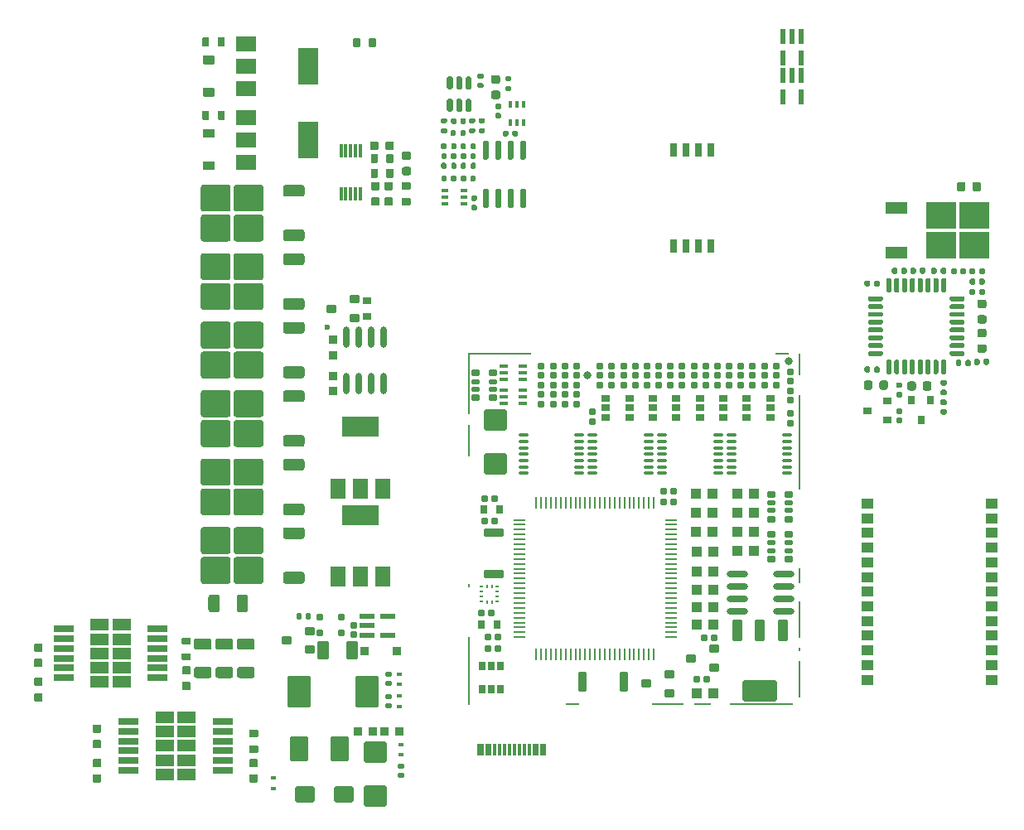
<source format=gtp>
G75*
G70*
%OFA0B0*%
%FSLAX25Y25*%
%IPPOS*%
%LPD*%
%AMOC8*
5,1,8,0,0,1.08239X$1,22.5*
%
%AMM1*
21,1,0.086610,0.073230,0.000000,0.000000,270.000000*
21,1,0.069290,0.090550,0.000000,0.000000,270.000000*
1,1,0.017320,-0.036610,-0.034650*
1,1,0.017320,-0.036610,0.034650*
1,1,0.017320,0.036610,0.034650*
1,1,0.017320,0.036610,-0.034650*
%
%AMM10*
21,1,0.015750,0.016540,0.000000,0.000000,270.000000*
21,1,0.012600,0.019680,0.000000,0.000000,270.000000*
1,1,0.003150,-0.008270,-0.006300*
1,1,0.003150,-0.008270,0.006300*
1,1,0.003150,0.008270,0.006300*
1,1,0.003150,0.008270,-0.006300*
%
%AMM11*
21,1,0.023620,0.018900,0.000000,0.000000,90.000000*
21,1,0.018900,0.023620,0.000000,0.000000,90.000000*
1,1,0.004720,0.009450,0.009450*
1,1,0.004720,0.009450,-0.009450*
1,1,0.004720,-0.009450,-0.009450*
1,1,0.004720,-0.009450,0.009450*
%
%AMM115*
21,1,0.021650,0.052760,0.000000,-0.000000,180.000000*
21,1,0.017320,0.057090,0.000000,-0.000000,180.000000*
1,1,0.004330,-0.008660,0.026380*
1,1,0.004330,0.008660,0.026380*
1,1,0.004330,0.008660,-0.026380*
1,1,0.004330,-0.008660,-0.026380*
%
%AMM12*
21,1,0.019680,0.019680,0.000000,0.000000,0.000000*
21,1,0.015750,0.023620,0.000000,0.000000,0.000000*
1,1,0.003940,0.007870,-0.009840*
1,1,0.003940,-0.007870,-0.009840*
1,1,0.003940,-0.007870,0.009840*
1,1,0.003940,0.007870,0.009840*
%
%AMM13*
21,1,0.019680,0.019680,0.000000,0.000000,270.000000*
21,1,0.015750,0.023620,0.000000,0.000000,270.000000*
1,1,0.003940,-0.009840,-0.007870*
1,1,0.003940,-0.009840,0.007870*
1,1,0.003940,0.009840,0.007870*
1,1,0.003940,0.009840,-0.007870*
%
%AMM183*
21,1,0.025590,0.026380,-0.000000,-0.000000,90.000000*
21,1,0.020470,0.031500,-0.000000,-0.000000,90.000000*
1,1,0.005120,0.013190,0.010240*
1,1,0.005120,0.013190,-0.010240*
1,1,0.005120,-0.013190,-0.010240*
1,1,0.005120,-0.013190,0.010240*
%
%AMM184*
21,1,0.017720,0.027950,-0.000000,-0.000000,90.000000*
21,1,0.014170,0.031500,-0.000000,-0.000000,90.000000*
1,1,0.003540,0.013980,0.007090*
1,1,0.003540,0.013980,-0.007090*
1,1,0.003540,-0.013980,-0.007090*
1,1,0.003540,-0.013980,0.007090*
%
%AMM185*
21,1,0.012600,0.028980,-0.000000,-0.000000,270.000000*
21,1,0.010080,0.031500,-0.000000,-0.000000,270.000000*
1,1,0.002520,-0.014490,-0.005040*
1,1,0.002520,-0.014490,0.005040*
1,1,0.002520,0.014490,0.005040*
1,1,0.002520,0.014490,-0.005040*
%
%AMM186*
21,1,0.023620,0.030710,-0.000000,-0.000000,0.000000*
21,1,0.018900,0.035430,-0.000000,-0.000000,0.000000*
1,1,0.004720,0.009450,-0.015350*
1,1,0.004720,-0.009450,-0.015350*
1,1,0.004720,-0.009450,0.015350*
1,1,0.004720,0.009450,0.015350*
%
%AMM187*
21,1,0.027560,0.018900,-0.000000,-0.000000,270.000000*
21,1,0.022840,0.023620,-0.000000,-0.000000,270.000000*
1,1,0.004720,-0.009450,-0.011420*
1,1,0.004720,-0.009450,0.011420*
1,1,0.004720,0.009450,0.011420*
1,1,0.004720,0.009450,-0.011420*
%
%AMM188*
21,1,0.031500,0.072440,-0.000000,-0.000000,270.000000*
21,1,0.025200,0.078740,-0.000000,-0.000000,270.000000*
1,1,0.006300,-0.036220,-0.012600*
1,1,0.006300,-0.036220,0.012600*
1,1,0.006300,0.036220,0.012600*
1,1,0.006300,0.036220,-0.012600*
%
%AMM189*
21,1,0.027560,0.018900,-0.000000,-0.000000,0.000000*
21,1,0.022840,0.023620,-0.000000,-0.000000,0.000000*
1,1,0.004720,0.011420,-0.009450*
1,1,0.004720,-0.011420,-0.009450*
1,1,0.004720,-0.011420,0.009450*
1,1,0.004720,0.011420,0.009450*
%
%AMM190*
21,1,0.023620,0.030710,-0.000000,-0.000000,90.000000*
21,1,0.018900,0.035430,-0.000000,-0.000000,90.000000*
1,1,0.004720,0.015350,0.009450*
1,1,0.004720,0.015350,-0.009450*
1,1,0.004720,-0.015350,-0.009450*
1,1,0.004720,-0.015350,0.009450*
%
%AMM191*
21,1,0.035430,0.030320,-0.000000,-0.000000,90.000000*
21,1,0.028350,0.037400,-0.000000,-0.000000,90.000000*
1,1,0.007090,0.015160,0.014170*
1,1,0.007090,0.015160,-0.014170*
1,1,0.007090,-0.015160,-0.014170*
1,1,0.007090,-0.015160,0.014170*
%
%AMM192*
21,1,0.043310,0.075980,-0.000000,-0.000000,180.000000*
21,1,0.034650,0.084650,-0.000000,-0.000000,180.000000*
1,1,0.008660,-0.017320,0.037990*
1,1,0.008660,0.017320,0.037990*
1,1,0.008660,0.017320,-0.037990*
1,1,0.008660,-0.017320,-0.037990*
%
%AMM193*
21,1,0.039370,0.035430,-0.000000,-0.000000,180.000000*
21,1,0.031500,0.043310,-0.000000,-0.000000,180.000000*
1,1,0.007870,-0.015750,0.017720*
1,1,0.007870,0.015750,0.017720*
1,1,0.007870,0.015750,-0.017720*
1,1,0.007870,-0.015750,-0.017720*
%
%AMM194*
21,1,0.027560,0.030710,-0.000000,-0.000000,180.000000*
21,1,0.022050,0.036220,-0.000000,-0.000000,180.000000*
1,1,0.005510,-0.011020,0.015350*
1,1,0.005510,0.011020,0.015350*
1,1,0.005510,0.011020,-0.015350*
1,1,0.005510,-0.011020,-0.015350*
%
%AMM195*
21,1,0.031500,0.072440,-0.000000,-0.000000,180.000000*
21,1,0.025200,0.078740,-0.000000,-0.000000,180.000000*
1,1,0.006300,-0.012600,0.036220*
1,1,0.006300,0.012600,0.036220*
1,1,0.006300,0.012600,-0.036220*
1,1,0.006300,-0.012600,-0.036220*
%
%AMM196*
21,1,0.137800,0.067720,-0.000000,-0.000000,180.000000*
21,1,0.120870,0.084650,-0.000000,-0.000000,180.000000*
1,1,0.016930,-0.060430,0.033860*
1,1,0.016930,0.060430,0.033860*
1,1,0.016930,0.060430,-0.033860*
1,1,0.016930,-0.060430,-0.033860*
%
%AMM197*
21,1,0.043310,0.075990,-0.000000,-0.000000,180.000000*
21,1,0.034650,0.084650,-0.000000,-0.000000,180.000000*
1,1,0.008660,-0.017320,0.037990*
1,1,0.008660,0.017320,0.037990*
1,1,0.008660,0.017320,-0.037990*
1,1,0.008660,-0.017320,-0.037990*
%
%AMM198*
21,1,0.086610,0.073230,-0.000000,-0.000000,270.000000*
21,1,0.069290,0.090550,-0.000000,-0.000000,270.000000*
1,1,0.017320,-0.036610,-0.034650*
1,1,0.017320,-0.036610,0.034650*
1,1,0.017320,0.036610,0.034650*
1,1,0.017320,0.036610,-0.034650*
%
%AMM2*
21,1,0.094490,0.111020,0.000000,0.000000,0.000000*
21,1,0.075590,0.129920,0.000000,0.000000,0.000000*
1,1,0.018900,0.037800,-0.055510*
1,1,0.018900,-0.037800,-0.055510*
1,1,0.018900,-0.037800,0.055510*
1,1,0.018900,0.037800,0.055510*
%
%AMM249*
21,1,0.035430,0.030320,0.000000,-0.000000,90.000000*
21,1,0.028350,0.037400,0.000000,-0.000000,90.000000*
1,1,0.007090,0.015160,0.014170*
1,1,0.007090,0.015160,-0.014170*
1,1,0.007090,-0.015160,-0.014170*
1,1,0.007090,-0.015160,0.014170*
%
%AMM250*
21,1,0.033470,0.026770,0.000000,-0.000000,270.000000*
21,1,0.026770,0.033470,0.000000,-0.000000,270.000000*
1,1,0.006690,-0.013390,-0.013390*
1,1,0.006690,-0.013390,0.013390*
1,1,0.006690,0.013390,0.013390*
1,1,0.006690,0.013390,-0.013390*
%
%AMM251*
21,1,0.027560,0.030710,0.000000,-0.000000,90.000000*
21,1,0.022050,0.036220,0.000000,-0.000000,90.000000*
1,1,0.005510,0.015350,0.011020*
1,1,0.005510,0.015350,-0.011020*
1,1,0.005510,-0.015350,-0.011020*
1,1,0.005510,-0.015350,0.011020*
%
%AMM3*
21,1,0.074800,0.083460,0.000000,0.000000,0.000000*
21,1,0.059840,0.098430,0.000000,0.000000,0.000000*
1,1,0.014960,0.029920,-0.041730*
1,1,0.014960,-0.029920,-0.041730*
1,1,0.014960,-0.029920,0.041730*
1,1,0.014960,0.029920,0.041730*
%
%AMM4*
21,1,0.078740,0.053540,0.000000,0.000000,180.000000*
21,1,0.065350,0.066930,0.000000,0.000000,180.000000*
1,1,0.013390,-0.032680,0.026770*
1,1,0.013390,0.032680,0.026770*
1,1,0.013390,0.032680,-0.026770*
1,1,0.013390,-0.032680,-0.026770*
%
%AMM5*
21,1,0.035430,0.030320,0.000000,0.000000,90.000000*
21,1,0.028350,0.037400,0.000000,0.000000,90.000000*
1,1,0.007090,0.015160,0.014170*
1,1,0.007090,0.015160,-0.014170*
1,1,0.007090,-0.015160,-0.014170*
1,1,0.007090,-0.015160,0.014170*
%
%AMM6*
21,1,0.021650,0.052760,0.000000,0.000000,270.000000*
21,1,0.017320,0.057090,0.000000,0.000000,270.000000*
1,1,0.004330,-0.026380,-0.008660*
1,1,0.004330,-0.026380,0.008660*
1,1,0.004330,0.026380,0.008660*
1,1,0.004330,0.026380,-0.008660*
%
%AMM7*
21,1,0.035830,0.026770,0.000000,0.000000,0.000000*
21,1,0.029130,0.033470,0.000000,0.000000,0.000000*
1,1,0.006690,0.014570,-0.013390*
1,1,0.006690,-0.014570,-0.013390*
1,1,0.006690,-0.014570,0.013390*
1,1,0.006690,0.014570,0.013390*
%
%AMM8*
21,1,0.070870,0.036220,0.000000,0.000000,90.000000*
21,1,0.061810,0.045280,0.000000,0.000000,90.000000*
1,1,0.009060,0.018110,0.030910*
1,1,0.009060,0.018110,-0.030910*
1,1,0.009060,-0.018110,-0.030910*
1,1,0.009060,-0.018110,0.030910*
%
%AMM9*
21,1,0.033470,0.026770,0.000000,0.000000,0.000000*
21,1,0.026770,0.033470,0.000000,0.000000,0.000000*
1,1,0.006690,0.013390,-0.013390*
1,1,0.006690,-0.013390,-0.013390*
1,1,0.006690,-0.013390,0.013390*
1,1,0.006690,0.013390,0.013390*
%
%ADD105M1*%
%ADD106M2*%
%ADD107M3*%
%ADD108M4*%
%ADD109M5*%
%ADD110M6*%
%ADD111M7*%
%ADD112M8*%
%ADD113M9*%
%ADD114M10*%
%ADD115M11*%
%ADD116M12*%
%ADD117M13*%
%ADD150R,0.02559X0.01575*%
%ADD156R,0.01575X0.02559*%
%ADD159R,0.03543X0.03150*%
%ADD163R,0.03150X0.03543*%
%ADD183O,0.04724X0.00866*%
%ADD184O,0.00866X0.04724*%
%ADD185O,0.04331X0.01181*%
%ADD188R,0.01378X0.00984*%
%ADD189R,0.00984X0.01378*%
%ADD194O,0.08661X0.02362*%
%ADD22R,0.07874X0.05906*%
%ADD23R,0.07874X0.14961*%
%ADD24C,0.03150*%
%ADD28R,0.05906X0.07874*%
%ADD29R,0.14961X0.07874*%
%ADD299M115*%
%ADD30C,0.02362*%
%ADD309R,0.01181X0.05512*%
%ADD310R,0.08661X0.04724*%
%ADD314R,0.12008X0.10827*%
%ADD337O,0.02362X0.08661*%
%ADD395M183*%
%ADD396M184*%
%ADD397M185*%
%ADD398M186*%
%ADD399M187*%
%ADD400M188*%
%ADD401M189*%
%ADD402M190*%
%ADD403M191*%
%ADD404M192*%
%ADD405M193*%
%ADD406M194*%
%ADD407M195*%
%ADD408M196*%
%ADD409M197*%
%ADD410M198*%
%ADD462M249*%
%ADD463M250*%
%ADD464M251*%
%ADD58R,0.05118X0.03937*%
%ADD59R,0.07874X0.02559*%
%ADD61R,0.00787X0.14567*%
%ADD62R,0.00787X0.01575*%
%ADD63R,0.00787X0.06299*%
%ADD64R,0.00787X0.38189*%
%ADD65R,0.00787X0.09055*%
%ADD66R,0.05512X0.00787*%
%ADD67R,0.25197X0.00787*%
%ADD68R,0.06693X0.00787*%
%ADD69R,0.12992X0.00787*%
%ADD70R,0.00787X0.27559*%
%ADD71R,0.00787X0.12992*%
%ADD72R,0.00787X0.24803*%
%ADD73R,0.01181X0.04528*%
%ADD79R,0.02717X0.05315*%
%ADD85O,0.00000X0.00000*%
%ADD86R,0.07677X0.04567*%
X0000000Y0000000D02*
%LPD*%
G01*
G36*
G01*
X0028583Y0040217D02*
X0031260Y0040217D01*
G75*
G02*
X0031594Y0039882I0000000J-000335D01*
G01*
X0031594Y0037205D01*
G75*
G02*
X0031260Y0036870I-000335J0000000D01*
G01*
X0028583Y0036870D01*
G75*
G02*
X0028248Y0037205I0000000J0000335D01*
G01*
X0028248Y0039882D01*
G75*
G02*
X0028583Y0040217I0000335J0000000D01*
G01*
G37*
G36*
G01*
X0028583Y0033996D02*
X0031260Y0033996D01*
G75*
G02*
X0031594Y0033661I0000000J-000335D01*
G01*
X0031594Y0030984D01*
G75*
G02*
X0031260Y0030650I-000335J0000000D01*
G01*
X0028583Y0030650D01*
G75*
G02*
X0028248Y0030984I0000000J0000335D01*
G01*
X0028248Y0033661D01*
G75*
G02*
X0028583Y0033996I0000335J0000000D01*
G01*
G37*
G36*
G01*
X0113386Y0155787D02*
X0113386Y0153031D01*
G75*
G02*
X0112402Y0152047I-000984J0000000D01*
G01*
X0105709Y0152047D01*
G75*
G02*
X0104724Y0153031I0000000J0000984D01*
G01*
X0104724Y0155787D01*
G75*
G02*
X0105709Y0156772I0000984J0000000D01*
G01*
X0112402Y0156772D01*
G75*
G02*
X0113386Y0155787I0000000J-000984D01*
G01*
G37*
G36*
G01*
X0096850Y0161811D02*
X0096850Y0152953D01*
G75*
G02*
X0095866Y0151969I-000984J0000000D01*
G01*
X0085827Y0151969D01*
G75*
G02*
X0084843Y0152953I0000000J0000984D01*
G01*
X0084843Y0161811D01*
G75*
G02*
X0085827Y0162795I0000984J0000000D01*
G01*
X0095866Y0162795D01*
G75*
G02*
X0096850Y0161811I0000000J-000984D01*
G01*
G37*
G36*
G01*
X0096850Y0173819D02*
X0096850Y0164961D01*
G75*
G02*
X0095866Y0163976I-000984J0000000D01*
G01*
X0085827Y0163976D01*
G75*
G02*
X0084843Y0164961I0000000J0000984D01*
G01*
X0084843Y0173819D01*
G75*
G02*
X0085827Y0174803I0000984J0000000D01*
G01*
X0095866Y0174803D01*
G75*
G02*
X0096850Y0173819I0000000J-000984D01*
G01*
G37*
G36*
G01*
X0083661Y0161811D02*
X0083661Y0152953D01*
G75*
G02*
X0082677Y0151969I-000984J0000000D01*
G01*
X0072638Y0151969D01*
G75*
G02*
X0071654Y0152953I0000000J0000984D01*
G01*
X0071654Y0161811D01*
G75*
G02*
X0072638Y0162795I0000984J0000000D01*
G01*
X0082677Y0162795D01*
G75*
G02*
X0083661Y0161811I0000000J-000984D01*
G01*
G37*
G36*
G01*
X0083661Y0173819D02*
X0083661Y0164961D01*
G75*
G02*
X0082677Y0163976I-000984J0000000D01*
G01*
X0072638Y0163976D01*
G75*
G02*
X0071654Y0164961I0000000J0000984D01*
G01*
X0071654Y0173819D01*
G75*
G02*
X0072638Y0174803I0000984J0000000D01*
G01*
X0082677Y0174803D01*
G75*
G02*
X0083661Y0173819I0000000J-000984D01*
G01*
G37*
G36*
G01*
X0113386Y0173740D02*
X0113386Y0170984D01*
G75*
G02*
X0112402Y0170000I-000984J0000000D01*
G01*
X0105709Y0170000D01*
G75*
G02*
X0104724Y0170984I0000000J0000984D01*
G01*
X0104724Y0173740D01*
G75*
G02*
X0105709Y0174724I0000984J0000000D01*
G01*
X0112402Y0174724D01*
G75*
G02*
X0113386Y0173740I0000000J-000984D01*
G01*
G37*
G36*
G01*
X0113386Y0238465D02*
X0113386Y0235709D01*
G75*
G02*
X0112402Y0234724I-000984J0000000D01*
G01*
X0105709Y0234724D01*
G75*
G02*
X0104724Y0235709I0000000J0000984D01*
G01*
X0104724Y0238465D01*
G75*
G02*
X0105709Y0239449I0000984J0000000D01*
G01*
X0112402Y0239449D01*
G75*
G02*
X0113386Y0238465I0000000J-000984D01*
G01*
G37*
G36*
G01*
X0096850Y0244488D02*
X0096850Y0235630D01*
G75*
G02*
X0095866Y0234646I-000984J0000000D01*
G01*
X0085827Y0234646D01*
G75*
G02*
X0084843Y0235630I0000000J0000984D01*
G01*
X0084843Y0244488D01*
G75*
G02*
X0085827Y0245472I0000984J0000000D01*
G01*
X0095866Y0245472D01*
G75*
G02*
X0096850Y0244488I0000000J-000984D01*
G01*
G37*
G36*
G01*
X0096850Y0256496D02*
X0096850Y0247638D01*
G75*
G02*
X0095866Y0246654I-000984J0000000D01*
G01*
X0085827Y0246654D01*
G75*
G02*
X0084843Y0247638I0000000J0000984D01*
G01*
X0084843Y0256496D01*
G75*
G02*
X0085827Y0257480I0000984J0000000D01*
G01*
X0095866Y0257480D01*
G75*
G02*
X0096850Y0256496I0000000J-000984D01*
G01*
G37*
G36*
G01*
X0083661Y0244488D02*
X0083661Y0235630D01*
G75*
G02*
X0082677Y0234646I-000984J0000000D01*
G01*
X0072638Y0234646D01*
G75*
G02*
X0071654Y0235630I0000000J0000984D01*
G01*
X0071654Y0244488D01*
G75*
G02*
X0072638Y0245472I0000984J0000000D01*
G01*
X0082677Y0245472D01*
G75*
G02*
X0083661Y0244488I0000000J-000984D01*
G01*
G37*
G36*
G01*
X0083661Y0256496D02*
X0083661Y0247638D01*
G75*
G02*
X0082677Y0246654I-000984J0000000D01*
G01*
X0072638Y0246654D01*
G75*
G02*
X0071654Y0247638I0000000J0000984D01*
G01*
X0071654Y0256496D01*
G75*
G02*
X0072638Y0257480I0000984J0000000D01*
G01*
X0082677Y0257480D01*
G75*
G02*
X0083661Y0256496I0000000J-000984D01*
G01*
G37*
G36*
G01*
X0113386Y0256417D02*
X0113386Y0253661D01*
G75*
G02*
X0112402Y0252677I-000984J0000000D01*
G01*
X0105709Y0252677D01*
G75*
G02*
X0104724Y0253661I0000000J0000984D01*
G01*
X0104724Y0256417D01*
G75*
G02*
X0105709Y0257402I0000984J0000000D01*
G01*
X0112402Y0257402D01*
G75*
G02*
X0113386Y0256417I0000000J-000984D01*
G01*
G37*
G36*
G01*
X0113386Y0210906D02*
X0113386Y0208150D01*
G75*
G02*
X0112402Y0207165I-000984J0000000D01*
G01*
X0105709Y0207165D01*
G75*
G02*
X0104724Y0208150I0000000J0000984D01*
G01*
X0104724Y0210906D01*
G75*
G02*
X0105709Y0211890I0000984J0000000D01*
G01*
X0112402Y0211890D01*
G75*
G02*
X0113386Y0210906I0000000J-000984D01*
G01*
G37*
G36*
G01*
X0096850Y0216929D02*
X0096850Y0208071D01*
G75*
G02*
X0095866Y0207087I-000984J0000000D01*
G01*
X0085827Y0207087D01*
G75*
G02*
X0084843Y0208071I0000000J0000984D01*
G01*
X0084843Y0216929D01*
G75*
G02*
X0085827Y0217913I0000984J0000000D01*
G01*
X0095866Y0217913D01*
G75*
G02*
X0096850Y0216929I0000000J-000984D01*
G01*
G37*
G36*
G01*
X0096850Y0228937D02*
X0096850Y0220079D01*
G75*
G02*
X0095866Y0219094I-000984J0000000D01*
G01*
X0085827Y0219094D01*
G75*
G02*
X0084843Y0220079I0000000J0000984D01*
G01*
X0084843Y0228937D01*
G75*
G02*
X0085827Y0229921I0000984J0000000D01*
G01*
X0095866Y0229921D01*
G75*
G02*
X0096850Y0228937I0000000J-000984D01*
G01*
G37*
G36*
G01*
X0083661Y0216929D02*
X0083661Y0208071D01*
G75*
G02*
X0082677Y0207087I-000984J0000000D01*
G01*
X0072638Y0207087D01*
G75*
G02*
X0071654Y0208071I0000000J0000984D01*
G01*
X0071654Y0216929D01*
G75*
G02*
X0072638Y0217913I0000984J0000000D01*
G01*
X0082677Y0217913D01*
G75*
G02*
X0083661Y0216929I0000000J-000984D01*
G01*
G37*
G36*
G01*
X0083661Y0228937D02*
X0083661Y0220079D01*
G75*
G02*
X0082677Y0219094I-000984J0000000D01*
G01*
X0072638Y0219094D01*
G75*
G02*
X0071654Y0220079I0000000J0000984D01*
G01*
X0071654Y0228937D01*
G75*
G02*
X0072638Y0229921I0000984J0000000D01*
G01*
X0082677Y0229921D01*
G75*
G02*
X0083661Y0228937I0000000J-000984D01*
G01*
G37*
G36*
G01*
X0113386Y0228858D02*
X0113386Y0226102D01*
G75*
G02*
X0112402Y0225118I-000984J0000000D01*
G01*
X0105709Y0225118D01*
G75*
G02*
X0104724Y0226102I0000000J0000984D01*
G01*
X0104724Y0228858D01*
G75*
G02*
X0105709Y0229843I0000984J0000000D01*
G01*
X0112402Y0229843D01*
G75*
G02*
X0113386Y0228858I0000000J-000984D01*
G01*
G37*
G36*
G01*
X0091575Y0026437D02*
X0094252Y0026437D01*
G75*
G02*
X0094587Y0026102I0000000J-000335D01*
G01*
X0094587Y0023425D01*
G75*
G02*
X0094252Y0023091I-000335J0000000D01*
G01*
X0091575Y0023091D01*
G75*
G02*
X0091240Y0023425I0000000J0000335D01*
G01*
X0091240Y0026102D01*
G75*
G02*
X0091575Y0026437I0000335J0000000D01*
G01*
G37*
G36*
G01*
X0091575Y0020217D02*
X0094252Y0020217D01*
G75*
G02*
X0094587Y0019882I0000000J-000335D01*
G01*
X0094587Y0017205D01*
G75*
G02*
X0094252Y0016870I-000335J0000000D01*
G01*
X0091575Y0016870D01*
G75*
G02*
X0091240Y0017205I0000000J0000335D01*
G01*
X0091240Y0019882D01*
G75*
G02*
X0091575Y0020217I0000335J0000000D01*
G01*
G37*
D22*
X0089961Y0314173D03*
X0089961Y0305118D03*
X0089961Y0296063D03*
D23*
X0114764Y0305118D03*
G36*
G01*
X0142057Y0316201D02*
X0142057Y0313130D01*
G75*
G02*
X0141781Y0312854I-000276J0000000D01*
G01*
X0139577Y0312854D01*
G75*
G02*
X0139301Y0313130I0000000J0000276D01*
G01*
X0139301Y0316201D01*
G75*
G02*
X0139577Y0316476I0000276J0000000D01*
G01*
X0141781Y0316476D01*
G75*
G02*
X0142057Y0316201I0000000J-000276D01*
G01*
G37*
G36*
G01*
X0135758Y0316201D02*
X0135758Y0313130D01*
G75*
G02*
X0135482Y0312854I-000276J0000000D01*
G01*
X0133278Y0312854D01*
G75*
G02*
X0133002Y0313130I0000000J0000276D01*
G01*
X0133002Y0316201D01*
G75*
G02*
X0133278Y0316476I0000276J0000000D01*
G01*
X0135482Y0316476D01*
G75*
G02*
X0135758Y0316201I0000000J-000276D01*
G01*
G37*
G36*
G01*
X0064508Y0063681D02*
X0067185Y0063681D01*
G75*
G02*
X0067520Y0063346I0000000J-000335D01*
G01*
X0067520Y0060669D01*
G75*
G02*
X0067185Y0060335I-000335J0000000D01*
G01*
X0064508Y0060335D01*
G75*
G02*
X0064173Y0060669I0000000J0000335D01*
G01*
X0064173Y0063346D01*
G75*
G02*
X0064508Y0063681I0000335J0000000D01*
G01*
G37*
G36*
G01*
X0064508Y0057461D02*
X0067185Y0057461D01*
G75*
G02*
X0067520Y0057126I0000000J-000335D01*
G01*
X0067520Y0054449D01*
G75*
G02*
X0067185Y0054114I-000335J0000000D01*
G01*
X0064508Y0054114D01*
G75*
G02*
X0064173Y0054449I0000000J0000335D01*
G01*
X0064173Y0057126D01*
G75*
G02*
X0064508Y0057461I0000335J0000000D01*
G01*
G37*
G36*
G01*
X0068898Y0071280D02*
X0068898Y0073996D01*
G75*
G02*
X0069803Y0074902I0000906J0000000D01*
G01*
X0075079Y0074902D01*
G75*
G02*
X0075984Y0073996I0000000J-000906D01*
G01*
X0075984Y0071280D01*
G75*
G02*
X0075079Y0070374I-000906J0000000D01*
G01*
X0069803Y0070374D01*
G75*
G02*
X0068898Y0071280I0000000J0000906D01*
G01*
G37*
G36*
G01*
X0068898Y0059862D02*
X0068898Y0062579D01*
G75*
G02*
X0069803Y0063484I0000906J0000000D01*
G01*
X0075079Y0063484D01*
G75*
G02*
X0075984Y0062579I0000000J-000906D01*
G01*
X0075984Y0059862D01*
G75*
G02*
X0075079Y0058957I-000906J0000000D01*
G01*
X0069803Y0058957D01*
G75*
G02*
X0068898Y0059862I0000000J0000906D01*
G01*
G37*
G36*
G01*
X0004961Y0072894D02*
X0007638Y0072894D01*
G75*
G02*
X0007972Y0072559I0000000J-000335D01*
G01*
X0007972Y0069882D01*
G75*
G02*
X0007638Y0069547I-000335J0000000D01*
G01*
X0004961Y0069547D01*
G75*
G02*
X0004626Y0069882I0000000J0000335D01*
G01*
X0004626Y0072559D01*
G75*
G02*
X0004961Y0072894I0000335J0000000D01*
G01*
G37*
G36*
G01*
X0004961Y0066673D02*
X0007638Y0066673D01*
G75*
G02*
X0007972Y0066339I0000000J-000335D01*
G01*
X0007972Y0063661D01*
G75*
G02*
X0007638Y0063327I-000335J0000000D01*
G01*
X0004961Y0063327D01*
G75*
G02*
X0004626Y0063661I0000000J0000335D01*
G01*
X0004626Y0066339D01*
G75*
G02*
X0004961Y0066673I0000335J0000000D01*
G01*
G37*
D28*
X0126772Y0135236D03*
X0135827Y0135236D03*
X0144882Y0135236D03*
D29*
X0135827Y0160039D03*
G36*
G01*
X0077559Y0071280D02*
X0077559Y0073996D01*
G75*
G02*
X0078465Y0074902I0000906J0000000D01*
G01*
X0083740Y0074902D01*
G75*
G02*
X0084646Y0073996I0000000J-000906D01*
G01*
X0084646Y0071280D01*
G75*
G02*
X0083740Y0070374I-000906J0000000D01*
G01*
X0078465Y0070374D01*
G75*
G02*
X0077559Y0071280I0000000J0000906D01*
G01*
G37*
G36*
G01*
X0077559Y0059862D02*
X0077559Y0062579D01*
G75*
G02*
X0078465Y0063484I0000906J0000000D01*
G01*
X0083740Y0063484D01*
G75*
G02*
X0084646Y0062579I0000000J-000906D01*
G01*
X0084646Y0059862D01*
G75*
G02*
X0083740Y0058957I-000906J0000000D01*
G01*
X0078465Y0058957D01*
G75*
G02*
X0077559Y0059862I0000000J0000906D01*
G01*
G37*
G36*
G01*
X0031260Y0016870D02*
X0028583Y0016870D01*
G75*
G02*
X0028248Y0017205I0000000J0000335D01*
G01*
X0028248Y0019882D01*
G75*
G02*
X0028583Y0020217I0000335J0000000D01*
G01*
X0031260Y0020217D01*
G75*
G02*
X0031594Y0019882I0000000J-000335D01*
G01*
X0031594Y0017205D01*
G75*
G02*
X0031260Y0016870I-000335J0000000D01*
G01*
G37*
G36*
G01*
X0031260Y0023091D02*
X0028583Y0023091D01*
G75*
G02*
X0028248Y0023425I0000000J0000335D01*
G01*
X0028248Y0026102D01*
G75*
G02*
X0028583Y0026437I0000335J0000000D01*
G01*
X0031260Y0026437D01*
G75*
G02*
X0031594Y0026102I0000000J-000335D01*
G01*
X0031594Y0023425D01*
G75*
G02*
X0031260Y0023091I-000335J0000000D01*
G01*
G37*
G36*
G01*
X0113386Y0100669D02*
X0113386Y0097913D01*
G75*
G02*
X0112402Y0096929I-000984J0000000D01*
G01*
X0105709Y0096929D01*
G75*
G02*
X0104724Y0097913I0000000J0000984D01*
G01*
X0104724Y0100669D01*
G75*
G02*
X0105709Y0101654I0000984J0000000D01*
G01*
X0112402Y0101654D01*
G75*
G02*
X0113386Y0100669I0000000J-000984D01*
G01*
G37*
G36*
G01*
X0096850Y0106693D02*
X0096850Y0097835D01*
G75*
G02*
X0095866Y0096850I-000984J0000000D01*
G01*
X0085827Y0096850D01*
G75*
G02*
X0084843Y0097835I0000000J0000984D01*
G01*
X0084843Y0106693D01*
G75*
G02*
X0085827Y0107677I0000984J0000000D01*
G01*
X0095866Y0107677D01*
G75*
G02*
X0096850Y0106693I0000000J-000984D01*
G01*
G37*
G36*
G01*
X0096850Y0118701D02*
X0096850Y0109843D01*
G75*
G02*
X0095866Y0108858I-000984J0000000D01*
G01*
X0085827Y0108858D01*
G75*
G02*
X0084843Y0109843I0000000J0000984D01*
G01*
X0084843Y0118701D01*
G75*
G02*
X0085827Y0119685I0000984J0000000D01*
G01*
X0095866Y0119685D01*
G75*
G02*
X0096850Y0118701I0000000J-000984D01*
G01*
G37*
G36*
G01*
X0083661Y0106693D02*
X0083661Y0097835D01*
G75*
G02*
X0082677Y0096850I-000984J0000000D01*
G01*
X0072638Y0096850D01*
G75*
G02*
X0071654Y0097835I0000000J0000984D01*
G01*
X0071654Y0106693D01*
G75*
G02*
X0072638Y0107677I0000984J0000000D01*
G01*
X0082677Y0107677D01*
G75*
G02*
X0083661Y0106693I0000000J-000984D01*
G01*
G37*
G36*
G01*
X0083661Y0118701D02*
X0083661Y0109843D01*
G75*
G02*
X0082677Y0108858I-000984J0000000D01*
G01*
X0072638Y0108858D01*
G75*
G02*
X0071654Y0109843I0000000J0000984D01*
G01*
X0071654Y0118701D01*
G75*
G02*
X0072638Y0119685I0000984J0000000D01*
G01*
X0082677Y0119685D01*
G75*
G02*
X0083661Y0118701I0000000J-000984D01*
G01*
G37*
G36*
G01*
X0113386Y0118622D02*
X0113386Y0115866D01*
G75*
G02*
X0112402Y0114882I-000984J0000000D01*
G01*
X0105709Y0114882D01*
G75*
G02*
X0104724Y0115866I0000000J0000984D01*
G01*
X0104724Y0118622D01*
G75*
G02*
X0105709Y0119606I0000984J0000000D01*
G01*
X0112402Y0119606D01*
G75*
G02*
X0113386Y0118622I0000000J-000984D01*
G01*
G37*
D85*
X0121654Y0190157D03*
D22*
X0089961Y0284646D03*
X0089961Y0275591D03*
X0089961Y0266535D03*
D23*
X0114764Y0275591D03*
G36*
G01*
X0064311Y0075236D02*
X0067382Y0075236D01*
G75*
G02*
X0067657Y0074961I0000000J-000276D01*
G01*
X0067657Y0072756D01*
G75*
G02*
X0067382Y0072480I-000276J0000000D01*
G01*
X0064311Y0072480D01*
G75*
G02*
X0064035Y0072756I0000000J0000276D01*
G01*
X0064035Y0074961D01*
G75*
G02*
X0064311Y0075236I0000276J0000000D01*
G01*
G37*
G36*
G01*
X0064311Y0068937D02*
X0067382Y0068937D01*
G75*
G02*
X0067657Y0068661I0000000J-000276D01*
G01*
X0067657Y0066457D01*
G75*
G02*
X0067382Y0066181I-000276J0000000D01*
G01*
X0064311Y0066181D01*
G75*
G02*
X0064035Y0066457I0000000J0000276D01*
G01*
X0064035Y0068661D01*
G75*
G02*
X0064311Y0068937I0000276J0000000D01*
G01*
G37*
G36*
G01*
X0113386Y0183346D02*
X0113386Y0180591D01*
G75*
G02*
X0112402Y0179606I-000984J0000000D01*
G01*
X0105709Y0179606D01*
G75*
G02*
X0104724Y0180591I0000000J0000984D01*
G01*
X0104724Y0183346D01*
G75*
G02*
X0105709Y0184331I0000984J0000000D01*
G01*
X0112402Y0184331D01*
G75*
G02*
X0113386Y0183346I0000000J-000984D01*
G01*
G37*
G36*
G01*
X0096850Y0189370D02*
X0096850Y0180512D01*
G75*
G02*
X0095866Y0179528I-000984J0000000D01*
G01*
X0085827Y0179528D01*
G75*
G02*
X0084843Y0180512I0000000J0000984D01*
G01*
X0084843Y0189370D01*
G75*
G02*
X0085827Y0190354I0000984J0000000D01*
G01*
X0095866Y0190354D01*
G75*
G02*
X0096850Y0189370I0000000J-000984D01*
G01*
G37*
G36*
G01*
X0096850Y0201378D02*
X0096850Y0192520D01*
G75*
G02*
X0095866Y0191535I-000984J0000000D01*
G01*
X0085827Y0191535D01*
G75*
G02*
X0084843Y0192520I0000000J0000984D01*
G01*
X0084843Y0201378D01*
G75*
G02*
X0085827Y0202362I0000984J0000000D01*
G01*
X0095866Y0202362D01*
G75*
G02*
X0096850Y0201378I0000000J-000984D01*
G01*
G37*
G36*
G01*
X0083661Y0189370D02*
X0083661Y0180512D01*
G75*
G02*
X0082677Y0179528I-000984J0000000D01*
G01*
X0072638Y0179528D01*
G75*
G02*
X0071654Y0180512I0000000J0000984D01*
G01*
X0071654Y0189370D01*
G75*
G02*
X0072638Y0190354I0000984J0000000D01*
G01*
X0082677Y0190354D01*
G75*
G02*
X0083661Y0189370I0000000J-000984D01*
G01*
G37*
G36*
G01*
X0083661Y0201378D02*
X0083661Y0192520D01*
G75*
G02*
X0082677Y0191535I-000984J0000000D01*
G01*
X0072638Y0191535D01*
G75*
G02*
X0071654Y0192520I0000000J0000984D01*
G01*
X0071654Y0201378D01*
G75*
G02*
X0072638Y0202362I0000984J0000000D01*
G01*
X0082677Y0202362D01*
G75*
G02*
X0083661Y0201378I0000000J-000984D01*
G01*
G37*
G36*
G01*
X0113386Y0201299D02*
X0113386Y0198543D01*
G75*
G02*
X0112402Y0197559I-000984J0000000D01*
G01*
X0105709Y0197559D01*
G75*
G02*
X0104724Y0198543I0000000J0000984D01*
G01*
X0104724Y0201299D01*
G75*
G02*
X0105709Y0202283I0000984J0000000D01*
G01*
X0112402Y0202283D01*
G75*
G02*
X0113386Y0201299I0000000J-000984D01*
G01*
G37*
D58*
X0389764Y0058268D03*
X0389764Y0064173D03*
X0389764Y0070079D03*
X0389764Y0075984D03*
X0389764Y0081890D03*
X0389764Y0087795D03*
X0389764Y0093701D03*
X0389764Y0099606D03*
X0389764Y0105512D03*
X0389764Y0111417D03*
X0389764Y0117323D03*
X0389764Y0123228D03*
X0389764Y0129134D03*
X0339764Y0129134D03*
X0339764Y0123228D03*
X0339764Y0117323D03*
X0339764Y0111417D03*
X0339764Y0105512D03*
X0339764Y0099606D03*
X0339764Y0093701D03*
X0339764Y0087795D03*
X0339764Y0081890D03*
X0339764Y0075984D03*
X0339764Y0070079D03*
X0339764Y0064173D03*
X0339764Y0058268D03*
G36*
G01*
X0072244Y0283898D02*
X0072244Y0286969D01*
G75*
G02*
X0072520Y0287244I0000276J0000000D01*
G01*
X0074724Y0287244D01*
G75*
G02*
X0075000Y0286969I0000000J-000276D01*
G01*
X0075000Y0283898D01*
G75*
G02*
X0074724Y0283622I-000276J0000000D01*
G01*
X0072520Y0283622D01*
G75*
G02*
X0072244Y0283898I0000000J0000276D01*
G01*
G37*
G36*
G01*
X0078543Y0283898D02*
X0078543Y0286969D01*
G75*
G02*
X0078819Y0287244I0000276J0000000D01*
G01*
X0081024Y0287244D01*
G75*
G02*
X0081299Y0286969I0000000J-000276D01*
G01*
X0081299Y0283898D01*
G75*
G02*
X0081024Y0283622I-000276J0000000D01*
G01*
X0078819Y0283622D01*
G75*
G02*
X0078543Y0283898I0000000J0000276D01*
G01*
G37*
G36*
G01*
X0086220Y0071280D02*
X0086220Y0073996D01*
G75*
G02*
X0087126Y0074902I0000906J0000000D01*
G01*
X0092402Y0074902D01*
G75*
G02*
X0093307Y0073996I0000000J-000906D01*
G01*
X0093307Y0071280D01*
G75*
G02*
X0092402Y0070374I-000906J0000000D01*
G01*
X0087126Y0070374D01*
G75*
G02*
X0086220Y0071280I0000000J0000906D01*
G01*
G37*
G36*
G01*
X0086220Y0059862D02*
X0086220Y0062579D01*
G75*
G02*
X0087126Y0063484I0000906J0000000D01*
G01*
X0092402Y0063484D01*
G75*
G02*
X0093307Y0062579I0000000J-000906D01*
G01*
X0093307Y0059862D01*
G75*
G02*
X0092402Y0058957I-000906J0000000D01*
G01*
X0087126Y0058957D01*
G75*
G02*
X0086220Y0059862I0000000J0000906D01*
G01*
G37*
G36*
G01*
X0072244Y0313425D02*
X0072244Y0316496D01*
G75*
G02*
X0072520Y0316772I0000276J0000000D01*
G01*
X0074724Y0316772D01*
G75*
G02*
X0075000Y0316496I0000000J-000276D01*
G01*
X0075000Y0313425D01*
G75*
G02*
X0074724Y0313150I-000276J0000000D01*
G01*
X0072520Y0313150D01*
G75*
G02*
X0072244Y0313425I0000000J0000276D01*
G01*
G37*
G36*
G01*
X0078543Y0313425D02*
X0078543Y0316496D01*
G75*
G02*
X0078819Y0316772I0000276J0000000D01*
G01*
X0081024Y0316772D01*
G75*
G02*
X0081299Y0316496I0000000J-000276D01*
G01*
X0081299Y0313425D01*
G75*
G02*
X0081024Y0313150I-000276J0000000D01*
G01*
X0078819Y0313150D01*
G75*
G02*
X0078543Y0313425I0000000J0000276D01*
G01*
G37*
G36*
G01*
X0076811Y0292913D02*
X0072795Y0292913D01*
G75*
G02*
X0072441Y0293268I0000000J0000354D01*
G01*
X0072441Y0296102D01*
G75*
G02*
X0072795Y0296457I0000354J0000000D01*
G01*
X0076811Y0296457D01*
G75*
G02*
X0077165Y0296102I0000000J-000354D01*
G01*
X0077165Y0293268D01*
G75*
G02*
X0076811Y0292913I-000354J0000000D01*
G01*
G37*
G36*
G01*
X0076811Y0305906D02*
X0072795Y0305906D01*
G75*
G02*
X0072441Y0306260I0000000J0000354D01*
G01*
X0072441Y0309094D01*
G75*
G02*
X0072795Y0309449I0000354J0000000D01*
G01*
X0076811Y0309449D01*
G75*
G02*
X0077165Y0309094I0000000J-000354D01*
G01*
X0077165Y0306260D01*
G75*
G02*
X0076811Y0305906I-000354J0000000D01*
G01*
G37*
D86*
X0031004Y0080394D03*
X0031004Y0074646D03*
X0031004Y0068898D03*
X0031004Y0063150D03*
X0031004Y0057402D03*
X0039862Y0080394D03*
X0039862Y0074646D03*
X0039862Y0068898D03*
X0039862Y0063150D03*
X0039862Y0057402D03*
D59*
X0016535Y0078740D03*
X0016535Y0074803D03*
X0016535Y0070866D03*
X0016535Y0066929D03*
X0016535Y0062992D03*
X0016535Y0059055D03*
X0054331Y0059055D03*
X0054331Y0062992D03*
X0054331Y0066929D03*
X0054331Y0070866D03*
X0054331Y0074803D03*
X0054331Y0078740D03*
D86*
X0057087Y0043150D03*
X0057087Y0037402D03*
X0057087Y0031654D03*
X0057087Y0025906D03*
X0057087Y0020157D03*
X0065945Y0043150D03*
X0065945Y0037402D03*
X0065945Y0031654D03*
X0065945Y0025906D03*
X0065945Y0020157D03*
D59*
X0042618Y0041496D03*
X0042618Y0037559D03*
X0042618Y0033622D03*
X0042618Y0029685D03*
X0042618Y0025748D03*
X0042618Y0021811D03*
X0080413Y0021811D03*
X0080413Y0025748D03*
X0080413Y0029685D03*
X0080413Y0033622D03*
X0080413Y0037559D03*
X0080413Y0041496D03*
G36*
G01*
X0113386Y0128228D02*
X0113386Y0125472D01*
G75*
G02*
X0112402Y0124488I-000984J0000000D01*
G01*
X0105709Y0124488D01*
G75*
G02*
X0104724Y0125472I0000000J0000984D01*
G01*
X0104724Y0128228D01*
G75*
G02*
X0105709Y0129213I0000984J0000000D01*
G01*
X0112402Y0129213D01*
G75*
G02*
X0113386Y0128228I0000000J-000984D01*
G01*
G37*
G36*
G01*
X0096850Y0134252D02*
X0096850Y0125394D01*
G75*
G02*
X0095866Y0124409I-000984J0000000D01*
G01*
X0085827Y0124409D01*
G75*
G02*
X0084843Y0125394I0000000J0000984D01*
G01*
X0084843Y0134252D01*
G75*
G02*
X0085827Y0135236I0000984J0000000D01*
G01*
X0095866Y0135236D01*
G75*
G02*
X0096850Y0134252I0000000J-000984D01*
G01*
G37*
G36*
G01*
X0096850Y0146260D02*
X0096850Y0137402D01*
G75*
G02*
X0095866Y0136417I-000984J0000000D01*
G01*
X0085827Y0136417D01*
G75*
G02*
X0084843Y0137402I0000000J0000984D01*
G01*
X0084843Y0146260D01*
G75*
G02*
X0085827Y0147244I0000984J0000000D01*
G01*
X0095866Y0147244D01*
G75*
G02*
X0096850Y0146260I0000000J-000984D01*
G01*
G37*
G36*
G01*
X0083661Y0134252D02*
X0083661Y0125394D01*
G75*
G02*
X0082677Y0124409I-000984J0000000D01*
G01*
X0072638Y0124409D01*
G75*
G02*
X0071654Y0125394I0000000J0000984D01*
G01*
X0071654Y0134252D01*
G75*
G02*
X0072638Y0135236I0000984J0000000D01*
G01*
X0082677Y0135236D01*
G75*
G02*
X0083661Y0134252I0000000J-000984D01*
G01*
G37*
G36*
G01*
X0083661Y0146260D02*
X0083661Y0137402D01*
G75*
G02*
X0082677Y0136417I-000984J0000000D01*
G01*
X0072638Y0136417D01*
G75*
G02*
X0071654Y0137402I0000000J0000984D01*
G01*
X0071654Y0146260D01*
G75*
G02*
X0072638Y0147244I0000984J0000000D01*
G01*
X0082677Y0147244D01*
G75*
G02*
X0083661Y0146260I0000000J-000984D01*
G01*
G37*
G36*
G01*
X0113386Y0146181D02*
X0113386Y0143425D01*
G75*
G02*
X0112402Y0142441I-000984J0000000D01*
G01*
X0105709Y0142441D01*
G75*
G02*
X0104724Y0143425I0000000J0000984D01*
G01*
X0104724Y0146181D01*
G75*
G02*
X0105709Y0147165I0000984J0000000D01*
G01*
X0112402Y0147165D01*
G75*
G02*
X0113386Y0146181I0000000J-000984D01*
G01*
G37*
D73*
X0183661Y0030197D03*
X0186811Y0030197D03*
X0191929Y0030197D03*
X0195866Y0030197D03*
X0197835Y0030197D03*
X0201772Y0030197D03*
X0206890Y0030197D03*
X0210039Y0030197D03*
X0208858Y0030197D03*
X0205709Y0030197D03*
X0203740Y0030197D03*
X0199803Y0030197D03*
X0193898Y0030197D03*
X0189961Y0030197D03*
X0187992Y0030197D03*
X0184843Y0030197D03*
G36*
G01*
X0078327Y0085433D02*
X0075610Y0085433D01*
G75*
G02*
X0074705Y0086339I0000000J0000906D01*
G01*
X0074705Y0091614D01*
G75*
G02*
X0075610Y0092520I0000906J0000000D01*
G01*
X0078327Y0092520D01*
G75*
G02*
X0079232Y0091614I0000000J-000906D01*
G01*
X0079232Y0086339D01*
G75*
G02*
X0078327Y0085433I-000906J0000000D01*
G01*
G37*
G36*
G01*
X0089744Y0085433D02*
X0087028Y0085433D01*
G75*
G02*
X0086122Y0086339I0000000J0000906D01*
G01*
X0086122Y0091614D01*
G75*
G02*
X0087028Y0092520I0000906J0000000D01*
G01*
X0089744Y0092520D01*
G75*
G02*
X0090650Y0091614I0000000J-000906D01*
G01*
X0090650Y0086339D01*
G75*
G02*
X0089744Y0085433I-000906J0000000D01*
G01*
G37*
G36*
G01*
X0076811Y0263386D02*
X0072795Y0263386D01*
G75*
G02*
X0072441Y0263740I0000000J0000354D01*
G01*
X0072441Y0266575D01*
G75*
G02*
X0072795Y0266929I0000354J0000000D01*
G01*
X0076811Y0266929D01*
G75*
G02*
X0077165Y0266575I0000000J-000354D01*
G01*
X0077165Y0263740D01*
G75*
G02*
X0076811Y0263386I-000354J0000000D01*
G01*
G37*
G36*
G01*
X0076811Y0276378D02*
X0072795Y0276378D01*
G75*
G02*
X0072441Y0276732I0000000J0000354D01*
G01*
X0072441Y0279567D01*
G75*
G02*
X0072795Y0279921I0000354J0000000D01*
G01*
X0076811Y0279921D01*
G75*
G02*
X0077165Y0279567I0000000J-000354D01*
G01*
X0077165Y0276732D01*
G75*
G02*
X0076811Y0276378I-000354J0000000D01*
G01*
G37*
G36*
G01*
X0091378Y0037992D02*
X0094449Y0037992D01*
G75*
G02*
X0094724Y0037717I0000000J-000276D01*
G01*
X0094724Y0035512D01*
G75*
G02*
X0094449Y0035236I-000276J0000000D01*
G01*
X0091378Y0035236D01*
G75*
G02*
X0091102Y0035512I0000000J0000276D01*
G01*
X0091102Y0037717D01*
G75*
G02*
X0091378Y0037992I0000276J0000000D01*
G01*
G37*
G36*
G01*
X0091378Y0031693D02*
X0094449Y0031693D01*
G75*
G02*
X0094724Y0031417I0000000J-000276D01*
G01*
X0094724Y0029213D01*
G75*
G02*
X0094449Y0028937I-000276J0000000D01*
G01*
X0091378Y0028937D01*
G75*
G02*
X0091102Y0029213I0000000J0000276D01*
G01*
X0091102Y0031417D01*
G75*
G02*
X0091378Y0031693I0000276J0000000D01*
G01*
G37*
D28*
X0126772Y0099803D03*
X0135827Y0099803D03*
X0144882Y0099803D03*
D29*
X0135827Y0124606D03*
D79*
X0276863Y0271427D03*
X0276863Y0232677D03*
X0271863Y0232677D03*
X0266863Y0232677D03*
X0261863Y0232677D03*
X0261863Y0271427D03*
X0266863Y0271427D03*
X0271863Y0271427D03*
G36*
G01*
X0007638Y0049547D02*
X0004961Y0049547D01*
G75*
G02*
X0004626Y0049882I0000000J0000335D01*
G01*
X0004626Y0052559D01*
G75*
G02*
X0004961Y0052894I0000335J0000000D01*
G01*
X0007638Y0052894D01*
G75*
G02*
X0007972Y0052559I0000000J-000335D01*
G01*
X0007972Y0049882D01*
G75*
G02*
X0007638Y0049547I-000335J0000000D01*
G01*
G37*
G36*
G01*
X0007638Y0055768D02*
X0004961Y0055768D01*
G75*
G02*
X0004626Y0056102I0000000J0000335D01*
G01*
X0004626Y0058780D01*
G75*
G02*
X0004961Y0059114I0000335J0000000D01*
G01*
X0007638Y0059114D01*
G75*
G02*
X0007972Y0058780I0000000J-000335D01*
G01*
X0007972Y0056102D01*
G75*
G02*
X0007638Y0055768I-000335J0000000D01*
G01*
G37*
X0096949Y0004823D02*
G01*
G75*
D105*
X0142028Y0029190D02*
D03*
X0142028Y0011473D02*
D03*
D106*
X0138701Y0053642D02*
D03*
X0111339Y0053642D02*
D03*
D107*
X0127461Y0030414D02*
D03*
X0111319Y0030414D02*
D03*
D108*
X0129232Y0012303D02*
D03*
X0113484Y0012303D02*
D03*
D109*
X0106293Y0074081D02*
D03*
X0115545Y0070341D02*
D03*
D109*
X0115545Y0077821D02*
D03*
D110*
X0138380Y0083760D02*
D03*
D110*
X0138380Y0080020D02*
D03*
X0138380Y0076280D02*
D03*
X0146844Y0076280D02*
D03*
X0146844Y0083760D02*
D03*
D111*
X0150696Y0069759D02*
D03*
X0137704Y0069759D02*
D03*
D112*
X0132410Y0070047D02*
D03*
X0120992Y0070047D02*
D03*
D113*
X0151595Y0037500D02*
D03*
X0145374Y0037500D02*
D03*
X0141004Y0037500D02*
D03*
X0134784Y0037500D02*
D03*
D114*
X0100918Y0014611D02*
D03*
X0100918Y0018745D02*
D03*
X0151473Y0056485D02*
D03*
X0151473Y0060619D02*
D03*
X0151473Y0051772D02*
D03*
X0151473Y0047638D02*
D03*
X0152365Y0032123D02*
D03*
X0152365Y0027989D02*
D03*
D115*
X0133262Y0076330D02*
D03*
X0133262Y0080267D02*
D03*
X0119587Y0077232D02*
D03*
X0128248Y0077232D02*
D03*
X0119587Y0083629D02*
D03*
X0128248Y0083629D02*
D03*
D116*
X0111214Y0083760D02*
D03*
X0114758Y0083760D02*
D03*
D117*
X0147215Y0060422D02*
D03*
X0147215Y0056878D02*
D03*
X0147215Y0051378D02*
D03*
X0147215Y0047835D02*
D03*
X0152365Y0019822D02*
D03*
X0152365Y0023366D02*
D03*
X0303051Y0323327D02*
G01*
G75*
D299*
X0313275Y0308622D02*
D03*
X0305795Y0308622D02*
D03*
X0305795Y0317087D02*
D03*
X0309535Y0317087D02*
D03*
X0313275Y0292973D02*
D03*
X0305795Y0292973D02*
D03*
X0305795Y0301437D02*
D03*
X0309535Y0301437D02*
D03*
D299*
X0313275Y0317087D02*
D03*
X0313275Y0301437D02*
D03*
X0166437Y0305020D02*
%LPD*%
G01*
G36*
G01*
X0182264Y0250926D02*
X0180925Y0250926D01*
G75*
G02*
X0180374Y0251477I0000000J0000551D01*
G01*
X0180374Y0252579D01*
G75*
G02*
X0180925Y0253130I0000551J0000000D01*
G01*
X0182264Y0253130D01*
G75*
G02*
X0182815Y0252579I0000000J-000551D01*
G01*
X0182815Y0251477D01*
G75*
G02*
X0182264Y0250926I-000551J0000000D01*
G01*
G37*
G36*
G01*
X0182264Y0247146D02*
X0180925Y0247146D01*
G75*
G02*
X0180374Y0247697I0000000J0000551D01*
G01*
X0180374Y0248800D01*
G75*
G02*
X0180925Y0249351I0000551J0000000D01*
G01*
X0182264Y0249351D01*
G75*
G02*
X0182815Y0248800I0000000J-000551D01*
G01*
X0182815Y0247697D01*
G75*
G02*
X0182264Y0247146I-000551J0000000D01*
G01*
G37*
G36*
G01*
X0197028Y0277422D02*
X0197028Y0278760D01*
G75*
G02*
X0197579Y0279311I0000551J0000000D01*
G01*
X0198681Y0279311D01*
G75*
G02*
X0199232Y0278760I0000000J-000551D01*
G01*
X0199232Y0277422D01*
G75*
G02*
X0198681Y0276870I-000551J0000000D01*
G01*
X0197579Y0276870D01*
G75*
G02*
X0197028Y0277422I0000000J0000551D01*
G01*
G37*
G36*
G01*
X0193248Y0277422D02*
X0193248Y0278760D01*
G75*
G02*
X0193799Y0279311I0000551J0000000D01*
G01*
X0194902Y0279311D01*
G75*
G02*
X0195453Y0278760I0000000J-000551D01*
G01*
X0195453Y0277422D01*
G75*
G02*
X0194902Y0276870I-000551J0000000D01*
G01*
X0193799Y0276870D01*
G75*
G02*
X0193248Y0277422I0000000J0000551D01*
G01*
G37*
G36*
G01*
X0168366Y0264331D02*
X0168366Y0265788D01*
G75*
G02*
X0168898Y0266319I0000531J0000000D01*
G01*
X0169961Y0266319D01*
G75*
G02*
X0170492Y0265788I0000000J-000531D01*
G01*
X0170492Y0264331D01*
G75*
G02*
X0169961Y0263800I-000531J0000000D01*
G01*
X0168898Y0263800D01*
G75*
G02*
X0168366Y0264331I0000000J0000531D01*
G01*
G37*
G36*
G01*
X0172382Y0264331D02*
X0172382Y0265788D01*
G75*
G02*
X0172913Y0266319I0000531J0000000D01*
G01*
X0173976Y0266319D01*
G75*
G02*
X0174508Y0265788I0000000J-000531D01*
G01*
X0174508Y0264331D01*
G75*
G02*
X0173976Y0263800I-000531J0000000D01*
G01*
X0172913Y0263800D01*
G75*
G02*
X0172382Y0264331I0000000J0000531D01*
G01*
G37*
G36*
G01*
X0200709Y0275303D02*
X0201890Y0275303D01*
G75*
G02*
X0202480Y0274713I0000000J-000591D01*
G01*
X0202480Y0268217D01*
G75*
G02*
X0201890Y0267626I-000591J0000000D01*
G01*
X0200709Y0267626D01*
G75*
G02*
X0200118Y0268217I0000000J0000591D01*
G01*
X0200118Y0274713D01*
G75*
G02*
X0200709Y0275303I0000591J0000000D01*
G01*
G37*
G36*
G01*
X0195709Y0275303D02*
X0196890Y0275303D01*
G75*
G02*
X0197480Y0274713I0000000J-000591D01*
G01*
X0197480Y0268217D01*
G75*
G02*
X0196890Y0267626I-000591J0000000D01*
G01*
X0195709Y0267626D01*
G75*
G02*
X0195118Y0268217I0000000J0000591D01*
G01*
X0195118Y0274713D01*
G75*
G02*
X0195709Y0275303I0000591J0000000D01*
G01*
G37*
G36*
G01*
X0190709Y0275303D02*
X0191890Y0275303D01*
G75*
G02*
X0192480Y0274713I0000000J-000591D01*
G01*
X0192480Y0268217D01*
G75*
G02*
X0191890Y0267626I-000591J0000000D01*
G01*
X0190709Y0267626D01*
G75*
G02*
X0190118Y0268217I0000000J0000591D01*
G01*
X0190118Y0274713D01*
G75*
G02*
X0190709Y0275303I0000591J0000000D01*
G01*
G37*
G36*
G01*
X0185709Y0275303D02*
X0186890Y0275303D01*
G75*
G02*
X0187480Y0274713I0000000J-000591D01*
G01*
X0187480Y0268217D01*
G75*
G02*
X0186890Y0267626I-000591J0000000D01*
G01*
X0185709Y0267626D01*
G75*
G02*
X0185118Y0268217I0000000J0000591D01*
G01*
X0185118Y0274713D01*
G75*
G02*
X0185709Y0275303I0000591J0000000D01*
G01*
G37*
G36*
G01*
X0185709Y0255815D02*
X0186890Y0255815D01*
G75*
G02*
X0187480Y0255225I0000000J-000591D01*
G01*
X0187480Y0248729D01*
G75*
G02*
X0186890Y0248138I-000591J0000000D01*
G01*
X0185709Y0248138D01*
G75*
G02*
X0185118Y0248729I0000000J0000591D01*
G01*
X0185118Y0255225D01*
G75*
G02*
X0185709Y0255815I0000591J0000000D01*
G01*
G37*
G36*
G01*
X0190709Y0255815D02*
X0191890Y0255815D01*
G75*
G02*
X0192480Y0255225I0000000J-000591D01*
G01*
X0192480Y0248729D01*
G75*
G02*
X0191890Y0248138I-000591J0000000D01*
G01*
X0190709Y0248138D01*
G75*
G02*
X0190118Y0248729I0000000J0000591D01*
G01*
X0190118Y0255225D01*
G75*
G02*
X0190709Y0255815I0000591J0000000D01*
G01*
G37*
G36*
G01*
X0195709Y0255815D02*
X0196890Y0255815D01*
G75*
G02*
X0197480Y0255225I0000000J-000591D01*
G01*
X0197480Y0248729D01*
G75*
G02*
X0196890Y0248138I-000591J0000000D01*
G01*
X0195709Y0248138D01*
G75*
G02*
X0195118Y0248729I0000000J0000591D01*
G01*
X0195118Y0255225D01*
G75*
G02*
X0195709Y0255815I0000591J0000000D01*
G01*
G37*
G36*
G01*
X0200709Y0255815D02*
X0201890Y0255815D01*
G75*
G02*
X0202480Y0255225I0000000J-000591D01*
G01*
X0202480Y0248729D01*
G75*
G02*
X0201890Y0248138I-000591J0000000D01*
G01*
X0200709Y0248138D01*
G75*
G02*
X0200118Y0248729I0000000J0000591D01*
G01*
X0200118Y0255225D01*
G75*
G02*
X0200709Y0255815I0000591J0000000D01*
G01*
G37*
D156*
X0201437Y0289823D03*
X0198878Y0289823D03*
X0196319Y0289823D03*
X0196319Y0282343D03*
X0198878Y0282343D03*
X0201437Y0282343D03*
G36*
G01*
X0182349Y0273662D02*
X0182349Y0272205D01*
G75*
G02*
X0181817Y0271674I-000531J0000000D01*
G01*
X0180754Y0271674D01*
G75*
G02*
X0180223Y0272205I0000000J0000531D01*
G01*
X0180223Y0273662D01*
G75*
G02*
X0180754Y0274193I0000531J0000000D01*
G01*
X0181817Y0274193D01*
G75*
G02*
X0182349Y0273662I0000000J-000531D01*
G01*
G37*
G36*
G01*
X0178333Y0273662D02*
X0178333Y0272205D01*
G75*
G02*
X0177802Y0271674I-000531J0000000D01*
G01*
X0176739Y0271674D01*
G75*
G02*
X0176207Y0272205I0000000J0000531D01*
G01*
X0176207Y0273662D01*
G75*
G02*
X0176739Y0274193I0000531J0000000D01*
G01*
X0177802Y0274193D01*
G75*
G02*
X0178333Y0273662I0000000J-000531D01*
G01*
G37*
G36*
G01*
X0176286Y0268327D02*
X0176286Y0269666D01*
G75*
G02*
X0176837Y0270217I0000551J0000000D01*
G01*
X0177939Y0270217D01*
G75*
G02*
X0178491Y0269666I0000000J-000551D01*
G01*
X0178491Y0268327D01*
G75*
G02*
X0177939Y0267776I-000551J0000000D01*
G01*
X0176837Y0267776D01*
G75*
G02*
X0176286Y0268327I0000000J0000551D01*
G01*
G37*
G36*
G01*
X0180065Y0268327D02*
X0180065Y0269666D01*
G75*
G02*
X0180617Y0270217I0000551J0000000D01*
G01*
X0181719Y0270217D01*
G75*
G02*
X0182270Y0269666I0000000J-000551D01*
G01*
X0182270Y0268327D01*
G75*
G02*
X0181719Y0267776I-000551J0000000D01*
G01*
X0180617Y0267776D01*
G75*
G02*
X0180065Y0268327I0000000J0000551D01*
G01*
G37*
G36*
G01*
X0168366Y0272205D02*
X0168366Y0273662D01*
G75*
G02*
X0168898Y0274193I0000531J0000000D01*
G01*
X0169961Y0274193D01*
G75*
G02*
X0170492Y0273662I0000000J-000531D01*
G01*
X0170492Y0272205D01*
G75*
G02*
X0169961Y0271674I-000531J0000000D01*
G01*
X0168898Y0271674D01*
G75*
G02*
X0168366Y0272205I0000000J0000531D01*
G01*
G37*
G36*
G01*
X0172382Y0272205D02*
X0172382Y0273662D01*
G75*
G02*
X0172913Y0274193I0000531J0000000D01*
G01*
X0173976Y0274193D01*
G75*
G02*
X0174508Y0273662I0000000J-000531D01*
G01*
X0174508Y0272205D01*
G75*
G02*
X0173976Y0271674I-000531J0000000D01*
G01*
X0172913Y0271674D01*
G75*
G02*
X0172382Y0272205I0000000J0000531D01*
G01*
G37*
G36*
G01*
X0174429Y0260611D02*
X0174429Y0259272D01*
G75*
G02*
X0173878Y0258721I-000551J0000000D01*
G01*
X0172776Y0258721D01*
G75*
G02*
X0172224Y0259272I0000000J0000551D01*
G01*
X0172224Y0260611D01*
G75*
G02*
X0172776Y0261162I0000551J0000000D01*
G01*
X0173878Y0261162D01*
G75*
G02*
X0174429Y0260611I0000000J-000551D01*
G01*
G37*
G36*
G01*
X0170650Y0260611D02*
X0170650Y0259272D01*
G75*
G02*
X0170098Y0258721I-000551J0000000D01*
G01*
X0168996Y0258721D01*
G75*
G02*
X0168445Y0259272I0000000J0000551D01*
G01*
X0168445Y0260611D01*
G75*
G02*
X0168996Y0261162I0000551J0000000D01*
G01*
X0170098Y0261162D01*
G75*
G02*
X0170650Y0260611I0000000J-000551D01*
G01*
G37*
G36*
G01*
X0178287Y0283740D02*
X0178287Y0282402D01*
G75*
G02*
X0177736Y0281851I-000551J0000000D01*
G01*
X0176634Y0281851D01*
G75*
G02*
X0176083Y0282402I0000000J0000551D01*
G01*
X0176083Y0283740D01*
G75*
G02*
X0176634Y0284292I0000551J0000000D01*
G01*
X0177736Y0284292D01*
G75*
G02*
X0178287Y0283740I0000000J-000551D01*
G01*
G37*
G36*
G01*
X0174508Y0283740D02*
X0174508Y0282402D01*
G75*
G02*
X0173957Y0281851I-000551J0000000D01*
G01*
X0172854Y0281851D01*
G75*
G02*
X0172303Y0282402I0000000J0000551D01*
G01*
X0172303Y0283740D01*
G75*
G02*
X0172854Y0284292I0000551J0000000D01*
G01*
X0173957Y0284292D01*
G75*
G02*
X0174508Y0283740I0000000J-000551D01*
G01*
G37*
G36*
G01*
X0181535Y0278150D02*
X0180079Y0278150D01*
G75*
G02*
X0179547Y0278681I0000000J0000531D01*
G01*
X0179547Y0279744D01*
G75*
G02*
X0180079Y0280276I0000531J0000000D01*
G01*
X0181535Y0280276D01*
G75*
G02*
X0182067Y0279744I0000000J-000531D01*
G01*
X0182067Y0278681D01*
G75*
G02*
X0181535Y0278150I-000531J0000000D01*
G01*
G37*
G36*
G01*
X0181535Y0282166D02*
X0180079Y0282166D01*
G75*
G02*
X0179547Y0282697I0000000J0000531D01*
G01*
X0179547Y0283760D01*
G75*
G02*
X0180079Y0284292I0000531J0000000D01*
G01*
X0181535Y0284292D01*
G75*
G02*
X0182067Y0283760I0000000J-000531D01*
G01*
X0182067Y0282697D01*
G75*
G02*
X0181535Y0282166I-000531J0000000D01*
G01*
G37*
G36*
G01*
X0189247Y0301575D02*
X0191265Y0301575D01*
G75*
G02*
X0192126Y0300714I0000000J-000861D01*
G01*
X0192126Y0298991D01*
G75*
G02*
X0191265Y0298130I-000861J0000000D01*
G01*
X0189247Y0298130D01*
G75*
G02*
X0188386Y0298991I0000000J0000861D01*
G01*
X0188386Y0300714D01*
G75*
G02*
X0189247Y0301575I0000861J0000000D01*
G01*
G37*
G36*
G01*
X0189247Y0295374D02*
X0191265Y0295374D01*
G75*
G02*
X0192126Y0294513I0000000J-000861D01*
G01*
X0192126Y0292791D01*
G75*
G02*
X0191265Y0291929I-000861J0000000D01*
G01*
X0189247Y0291929D01*
G75*
G02*
X0188386Y0292791I0000000J0000861D01*
G01*
X0188386Y0294513D01*
G75*
G02*
X0189247Y0295374I0000861J0000000D01*
G01*
G37*
G36*
G01*
X0196102Y0295059D02*
X0194646Y0295059D01*
G75*
G02*
X0194114Y0295591I0000000J0000531D01*
G01*
X0194114Y0296654D01*
G75*
G02*
X0194646Y0297185I0000531J0000000D01*
G01*
X0196102Y0297185D01*
G75*
G02*
X0196634Y0296654I0000000J-000531D01*
G01*
X0196634Y0295591D01*
G75*
G02*
X0196102Y0295059I-000531J0000000D01*
G01*
G37*
G36*
G01*
X0196102Y0299075D02*
X0194646Y0299075D01*
G75*
G02*
X0194114Y0299607I0000000J0000531D01*
G01*
X0194114Y0300670D01*
G75*
G02*
X0194646Y0301201I0000531J0000000D01*
G01*
X0196102Y0301201D01*
G75*
G02*
X0196634Y0300670I0000000J-000531D01*
G01*
X0196634Y0299607D01*
G75*
G02*
X0196102Y0299075I-000531J0000000D01*
G01*
G37*
G36*
G01*
X0184016Y0284292D02*
X0185472Y0284292D01*
G75*
G02*
X0186004Y0283760I0000000J-000531D01*
G01*
X0186004Y0282697D01*
G75*
G02*
X0185472Y0282166I-000531J0000000D01*
G01*
X0184016Y0282166D01*
G75*
G02*
X0183484Y0282697I0000000J0000531D01*
G01*
X0183484Y0283760D01*
G75*
G02*
X0184016Y0284292I0000531J0000000D01*
G01*
G37*
G36*
G01*
X0184016Y0280276D02*
X0185472Y0280276D01*
G75*
G02*
X0186004Y0279744I0000000J-000531D01*
G01*
X0186004Y0278681D01*
G75*
G02*
X0185472Y0278150I-000531J0000000D01*
G01*
X0184016Y0278150D01*
G75*
G02*
X0183484Y0278681I0000000J0000531D01*
G01*
X0183484Y0279744D01*
G75*
G02*
X0184016Y0280276I0000531J0000000D01*
G01*
G37*
G36*
G01*
X0178225Y0278977D02*
X0178225Y0277520D01*
G75*
G02*
X0177694Y0276989I-000531J0000000D01*
G01*
X0176631Y0276989D01*
G75*
G02*
X0176099Y0277520I0000000J0000531D01*
G01*
X0176099Y0278977D01*
G75*
G02*
X0176631Y0279508I0000531J0000000D01*
G01*
X0177694Y0279508D01*
G75*
G02*
X0178225Y0278977I0000000J-000531D01*
G01*
G37*
G36*
G01*
X0174209Y0278977D02*
X0174209Y0277520D01*
G75*
G02*
X0173678Y0276989I-000531J0000000D01*
G01*
X0172615Y0276989D01*
G75*
G02*
X0172084Y0277520I0000000J0000531D01*
G01*
X0172084Y0278977D01*
G75*
G02*
X0172615Y0279508I0000531J0000000D01*
G01*
X0173678Y0279508D01*
G75*
G02*
X0174209Y0278977I0000000J-000531D01*
G01*
G37*
G36*
G01*
X0184823Y0296319D02*
X0183484Y0296319D01*
G75*
G02*
X0182933Y0296870I0000000J0000551D01*
G01*
X0182933Y0297973D01*
G75*
G02*
X0183484Y0298524I0000551J0000000D01*
G01*
X0184823Y0298524D01*
G75*
G02*
X0185374Y0297973I0000000J-000551D01*
G01*
X0185374Y0296870D01*
G75*
G02*
X0184823Y0296319I-000551J0000000D01*
G01*
G37*
G36*
G01*
X0184823Y0300099D02*
X0183484Y0300099D01*
G75*
G02*
X0182933Y0300650I0000000J0000551D01*
G01*
X0182933Y0301752D01*
G75*
G02*
X0183484Y0302303I0000551J0000000D01*
G01*
X0184823Y0302303D01*
G75*
G02*
X0185374Y0301752I0000000J-000551D01*
G01*
X0185374Y0300650D01*
G75*
G02*
X0184823Y0300099I-000551J0000000D01*
G01*
G37*
G36*
G01*
X0176286Y0259272D02*
X0176286Y0260611D01*
G75*
G02*
X0176837Y0261162I0000551J0000000D01*
G01*
X0177939Y0261162D01*
G75*
G02*
X0178491Y0260611I0000000J-000551D01*
G01*
X0178491Y0259272D01*
G75*
G02*
X0177939Y0258721I-000551J0000000D01*
G01*
X0176837Y0258721D01*
G75*
G02*
X0176286Y0259272I0000000J0000551D01*
G01*
G37*
G36*
G01*
X0180065Y0259272D02*
X0180065Y0260611D01*
G75*
G02*
X0180617Y0261162I0000551J0000000D01*
G01*
X0181719Y0261162D01*
G75*
G02*
X0182270Y0260611I0000000J-000551D01*
G01*
X0182270Y0259272D01*
G75*
G02*
X0181719Y0258721I-000551J0000000D01*
G01*
X0180617Y0258721D01*
G75*
G02*
X0180065Y0259272I0000000J0000551D01*
G01*
G37*
G36*
G01*
X0168760Y0284292D02*
X0170217Y0284292D01*
G75*
G02*
X0170748Y0283760I0000000J-000531D01*
G01*
X0170748Y0282697D01*
G75*
G02*
X0170217Y0282166I-000531J0000000D01*
G01*
X0168760Y0282166D01*
G75*
G02*
X0168228Y0282697I0000000J0000531D01*
G01*
X0168228Y0283760D01*
G75*
G02*
X0168760Y0284292I0000531J0000000D01*
G01*
G37*
G36*
G01*
X0168760Y0280276D02*
X0170217Y0280276D01*
G75*
G02*
X0170748Y0279744I0000000J-000531D01*
G01*
X0170748Y0278681D01*
G75*
G02*
X0170217Y0278150I-000531J0000000D01*
G01*
X0168760Y0278150D01*
G75*
G02*
X0168228Y0278681I0000000J0000531D01*
G01*
X0168228Y0279744D01*
G75*
G02*
X0168760Y0280276I0000531J0000000D01*
G01*
G37*
D150*
X0169980Y0255033D03*
X0169980Y0252474D03*
X0169980Y0249915D03*
X0177461Y0249915D03*
X0177461Y0252474D03*
X0177461Y0255033D03*
G36*
G01*
X0178766Y0300982D02*
X0179947Y0300982D01*
G75*
G02*
X0180538Y0300391I0000000J-000591D01*
G01*
X0180538Y0296356D01*
G75*
G02*
X0179947Y0295765I-000591J0000000D01*
G01*
X0178766Y0295765D01*
G75*
G02*
X0178176Y0296356I0000000J0000591D01*
G01*
X0178176Y0300391D01*
G75*
G02*
X0178766Y0300982I0000591J0000000D01*
G01*
G37*
G36*
G01*
X0175026Y0300982D02*
X0176207Y0300982D01*
G75*
G02*
X0176798Y0300391I0000000J-000591D01*
G01*
X0176798Y0296356D01*
G75*
G02*
X0176207Y0295765I-000591J0000000D01*
G01*
X0175026Y0295765D01*
G75*
G02*
X0174435Y0296356I0000000J0000591D01*
G01*
X0174435Y0300391D01*
G75*
G02*
X0175026Y0300982I0000591J0000000D01*
G01*
G37*
G36*
G01*
X0171286Y0300982D02*
X0172467Y0300982D01*
G75*
G02*
X0173057Y0300391I0000000J-000591D01*
G01*
X0173057Y0296356D01*
G75*
G02*
X0172467Y0295765I-000591J0000000D01*
G01*
X0171286Y0295765D01*
G75*
G02*
X0170695Y0296356I0000000J0000591D01*
G01*
X0170695Y0300391D01*
G75*
G02*
X0171286Y0300982I0000591J0000000D01*
G01*
G37*
G36*
G01*
X0171286Y0292025D02*
X0172467Y0292025D01*
G75*
G02*
X0173057Y0291435I0000000J-000591D01*
G01*
X0173057Y0287399D01*
G75*
G02*
X0172467Y0286809I-000591J0000000D01*
G01*
X0171286Y0286809D01*
G75*
G02*
X0170695Y0287399I0000000J0000591D01*
G01*
X0170695Y0291435D01*
G75*
G02*
X0171286Y0292025I0000591J0000000D01*
G01*
G37*
G36*
G01*
X0175026Y0292025D02*
X0176207Y0292025D01*
G75*
G02*
X0176798Y0291435I0000000J-000591D01*
G01*
X0176798Y0287399D01*
G75*
G02*
X0176207Y0286809I-000591J0000000D01*
G01*
X0175026Y0286809D01*
G75*
G02*
X0174435Y0287399I0000000J0000591D01*
G01*
X0174435Y0291435D01*
G75*
G02*
X0175026Y0292025I0000591J0000000D01*
G01*
G37*
G36*
G01*
X0178766Y0292025D02*
X0179947Y0292025D01*
G75*
G02*
X0180538Y0291435I0000000J-000591D01*
G01*
X0180538Y0287399D01*
G75*
G02*
X0179947Y0286809I-000591J0000000D01*
G01*
X0178766Y0286809D01*
G75*
G02*
X0178176Y0287399I0000000J0000591D01*
G01*
X0178176Y0291435D01*
G75*
G02*
X0178766Y0292025I0000591J0000000D01*
G01*
G37*
G36*
G01*
X0190650Y0290099D02*
X0191988Y0290099D01*
G75*
G02*
X0192539Y0289548I0000000J-000551D01*
G01*
X0192539Y0288445D01*
G75*
G02*
X0191988Y0287894I-000551J0000000D01*
G01*
X0190650Y0287894D01*
G75*
G02*
X0190098Y0288445I0000000J0000551D01*
G01*
X0190098Y0289548D01*
G75*
G02*
X0190650Y0290099I0000551J0000000D01*
G01*
G37*
G36*
G01*
X0190650Y0286319D02*
X0191988Y0286319D01*
G75*
G02*
X0192539Y0285768I0000000J-000551D01*
G01*
X0192539Y0284666D01*
G75*
G02*
X0191988Y0284114I-000551J0000000D01*
G01*
X0190650Y0284114D01*
G75*
G02*
X0190098Y0284666I0000000J0000551D01*
G01*
X0190098Y0285768D01*
G75*
G02*
X0190650Y0286319I0000551J0000000D01*
G01*
G37*
G36*
G01*
X0168445Y0268327D02*
X0168445Y0269666D01*
G75*
G02*
X0168996Y0270217I0000551J0000000D01*
G01*
X0170098Y0270217D01*
G75*
G02*
X0170650Y0269666I0000000J-000551D01*
G01*
X0170650Y0268327D01*
G75*
G02*
X0170098Y0267776I-000551J0000000D01*
G01*
X0168996Y0267776D01*
G75*
G02*
X0168445Y0268327I0000000J0000551D01*
G01*
G37*
G36*
G01*
X0172224Y0268327D02*
X0172224Y0269666D01*
G75*
G02*
X0172776Y0270217I0000551J0000000D01*
G01*
X0173878Y0270217D01*
G75*
G02*
X0174429Y0269666I0000000J-000551D01*
G01*
X0174429Y0268327D01*
G75*
G02*
X0173878Y0267776I-000551J0000000D01*
G01*
X0172776Y0267776D01*
G75*
G02*
X0172224Y0268327I0000000J0000551D01*
G01*
G37*
G36*
G01*
X0176207Y0264331D02*
X0176207Y0265788D01*
G75*
G02*
X0176739Y0266319I0000531J0000000D01*
G01*
X0177802Y0266319D01*
G75*
G02*
X0178333Y0265788I0000000J-000531D01*
G01*
X0178333Y0264331D01*
G75*
G02*
X0177802Y0263800I-000531J0000000D01*
G01*
X0176739Y0263800D01*
G75*
G02*
X0176207Y0264331I0000000J0000531D01*
G01*
G37*
G36*
G01*
X0180223Y0264331D02*
X0180223Y0265788D01*
G75*
G02*
X0180754Y0266319I0000531J0000000D01*
G01*
X0181817Y0266319D01*
G75*
G02*
X0182349Y0265788I0000000J-000531D01*
G01*
X0182349Y0264331D01*
G75*
G02*
X0181817Y0263800I-000531J0000000D01*
G01*
X0180754Y0263800D01*
G75*
G02*
X0180223Y0264331I0000000J0000531D01*
G01*
G37*
X0122933Y0305020D02*
%LPD*%
G01*
D309*
X0135925Y0271162D03*
X0133957Y0271162D03*
X0131988Y0271162D03*
X0130020Y0271162D03*
X0128051Y0271162D03*
X0128051Y0253839D03*
X0130020Y0253839D03*
X0131988Y0253839D03*
X0133957Y0253839D03*
X0135925Y0253839D03*
G36*
G01*
X0149114Y0263642D02*
X0149114Y0260571D01*
G75*
G02*
X0148839Y0260296I-000276J0000000D01*
G01*
X0146634Y0260296D01*
G75*
G02*
X0146358Y0260571I0000000J0000276D01*
G01*
X0146358Y0263642D01*
G75*
G02*
X0146634Y0263918I0000276J0000000D01*
G01*
X0148839Y0263918D01*
G75*
G02*
X0149114Y0263642I0000000J-000276D01*
G01*
G37*
G36*
G01*
X0142815Y0263642D02*
X0142815Y0260571D01*
G75*
G02*
X0142539Y0260296I-000276J0000000D01*
G01*
X0140335Y0260296D01*
G75*
G02*
X0140059Y0260571I0000000J0000276D01*
G01*
X0140059Y0263642D01*
G75*
G02*
X0140335Y0263918I0000276J0000000D01*
G01*
X0142539Y0263918D01*
G75*
G02*
X0142815Y0263642I0000000J-000276D01*
G01*
G37*
G36*
G01*
X0155768Y0249311D02*
X0152697Y0249311D01*
G75*
G02*
X0152421Y0249587I0000000J0000276D01*
G01*
X0152421Y0251792D01*
G75*
G02*
X0152697Y0252067I0000276J0000000D01*
G01*
X0155768Y0252067D01*
G75*
G02*
X0156043Y0251792I0000000J-000276D01*
G01*
X0156043Y0249587D01*
G75*
G02*
X0155768Y0249311I-000276J0000000D01*
G01*
G37*
G36*
G01*
X0155768Y0255611D02*
X0152697Y0255611D01*
G75*
G02*
X0152421Y0255886I0000000J0000276D01*
G01*
X0152421Y0258091D01*
G75*
G02*
X0152697Y0258366I0000276J0000000D01*
G01*
X0155768Y0258366D01*
G75*
G02*
X0156043Y0258091I0000000J-000276D01*
G01*
X0156043Y0255886D01*
G75*
G02*
X0155768Y0255611I-000276J0000000D01*
G01*
G37*
G36*
G01*
X0149114Y0269548D02*
X0149114Y0266477D01*
G75*
G02*
X0148839Y0266201I-000276J0000000D01*
G01*
X0146634Y0266201D01*
G75*
G02*
X0146358Y0266477I0000000J0000276D01*
G01*
X0146358Y0269548D01*
G75*
G02*
X0146634Y0269823I0000276J0000000D01*
G01*
X0148839Y0269823D01*
G75*
G02*
X0149114Y0269548I0000000J-000276D01*
G01*
G37*
G36*
G01*
X0142815Y0269548D02*
X0142815Y0266477D01*
G75*
G02*
X0142539Y0266201I-000276J0000000D01*
G01*
X0140335Y0266201D01*
G75*
G02*
X0140059Y0266477I0000000J0000276D01*
G01*
X0140059Y0269548D01*
G75*
G02*
X0140335Y0269823I0000276J0000000D01*
G01*
X0142539Y0269823D01*
G75*
G02*
X0142815Y0269548I0000000J-000276D01*
G01*
G37*
G36*
G01*
X0155438Y0261221D02*
X0153420Y0261221D01*
G75*
G02*
X0152559Y0262082I0000000J0000861D01*
G01*
X0152559Y0263804D01*
G75*
G02*
X0153420Y0264666I0000861J0000000D01*
G01*
X0155438Y0264666D01*
G75*
G02*
X0156299Y0263804I0000000J-000861D01*
G01*
X0156299Y0262082D01*
G75*
G02*
X0155438Y0261221I-000861J0000000D01*
G01*
G37*
G36*
G01*
X0155438Y0267422D02*
X0153420Y0267422D01*
G75*
G02*
X0152559Y0268283I0000000J0000861D01*
G01*
X0152559Y0270005D01*
G75*
G02*
X0153420Y0270866I0000861J0000000D01*
G01*
X0155438Y0270866D01*
G75*
G02*
X0156299Y0270005I0000000J-000861D01*
G01*
X0156299Y0268283D01*
G75*
G02*
X0155438Y0267422I-000861J0000000D01*
G01*
G37*
G36*
G01*
X0148476Y0255276D02*
X0145799Y0255276D01*
G75*
G02*
X0145464Y0255611I0000000J0000335D01*
G01*
X0145464Y0258288D01*
G75*
G02*
X0145799Y0258622I0000335J0000000D01*
G01*
X0148476Y0258622D01*
G75*
G02*
X0148811Y0258288I0000000J-000335D01*
G01*
X0148811Y0255611D01*
G75*
G02*
X0148476Y0255276I-000335J0000000D01*
G01*
G37*
G36*
G01*
X0148476Y0249055D02*
X0145799Y0249055D01*
G75*
G02*
X0145464Y0249390I0000000J0000335D01*
G01*
X0145464Y0252067D01*
G75*
G02*
X0145799Y0252402I0000335J0000000D01*
G01*
X0148476Y0252402D01*
G75*
G02*
X0148811Y0252067I0000000J-000335D01*
G01*
X0148811Y0249390D01*
G75*
G02*
X0148476Y0249055I-000335J0000000D01*
G01*
G37*
G36*
G01*
X0143169Y0249055D02*
X0140492Y0249055D01*
G75*
G02*
X0140157Y0249390I0000000J0000335D01*
G01*
X0140157Y0252067D01*
G75*
G02*
X0140492Y0252402I0000335J0000000D01*
G01*
X0143169Y0252402D01*
G75*
G02*
X0143504Y0252067I0000000J-000335D01*
G01*
X0143504Y0249390D01*
G75*
G02*
X0143169Y0249055I-000335J0000000D01*
G01*
G37*
G36*
G01*
X0143169Y0255276D02*
X0140492Y0255276D01*
G75*
G02*
X0140157Y0255611I0000000J0000335D01*
G01*
X0140157Y0258288D01*
G75*
G02*
X0140492Y0258622I0000335J0000000D01*
G01*
X0143169Y0258622D01*
G75*
G02*
X0143504Y0258288I0000000J-000335D01*
G01*
X0143504Y0255611D01*
G75*
G02*
X0143169Y0255276I-000335J0000000D01*
G01*
G37*
G36*
G01*
X0149370Y0274469D02*
X0149370Y0271792D01*
G75*
G02*
X0149035Y0271457I-000335J0000000D01*
G01*
X0146358Y0271457D01*
G75*
G02*
X0146024Y0271792I0000000J0000335D01*
G01*
X0146024Y0274469D01*
G75*
G02*
X0146358Y0274803I0000335J0000000D01*
G01*
X0149035Y0274803D01*
G75*
G02*
X0149370Y0274469I0000000J-000335D01*
G01*
G37*
G36*
G01*
X0143150Y0274469D02*
X0143150Y0271792D01*
G75*
G02*
X0142815Y0271457I-000335J0000000D01*
G01*
X0140138Y0271457D01*
G75*
G02*
X0139803Y0271792I0000000J0000335D01*
G01*
X0139803Y0274469D01*
G75*
G02*
X0140138Y0274803I0000335J0000000D01*
G01*
X0142815Y0274803D01*
G75*
G02*
X0143150Y0274469I0000000J-000335D01*
G01*
G37*
X0391437Y0155906D02*
%LPD*%
G01*
G36*
G01*
X0355728Y0223514D02*
X0355728Y0222156D01*
G75*
G02*
X0355148Y0221575I-000581J0000000D01*
G01*
X0353986Y0221575D01*
G75*
G02*
X0353406Y0222156I0000000J0000581D01*
G01*
X0353406Y0223514D01*
G75*
G02*
X0353986Y0224095I0000581J0000000D01*
G01*
X0355148Y0224095D01*
G75*
G02*
X0355728Y0223514I0000000J-000581D01*
G01*
G37*
G36*
G01*
X0351909Y0223514D02*
X0351909Y0222156D01*
G75*
G02*
X0351329Y0221575I-000581J0000000D01*
G01*
X0350167Y0221575D01*
G75*
G02*
X0349587Y0222156I0000000J0000581D01*
G01*
X0349587Y0223514D01*
G75*
G02*
X0350167Y0224095I0000581J0000000D01*
G01*
X0351329Y0224095D01*
G75*
G02*
X0351909Y0223514I0000000J-000581D01*
G01*
G37*
G36*
G01*
X0371152Y0164941D02*
X0369793Y0164941D01*
G75*
G02*
X0369213Y0165522I0000000J0000581D01*
G01*
X0369213Y0166684D01*
G75*
G02*
X0369793Y0167264I0000581J0000000D01*
G01*
X0371152Y0167264D01*
G75*
G02*
X0371732Y0166684I0000000J-000581D01*
G01*
X0371732Y0165522D01*
G75*
G02*
X0371152Y0164941I-000581J0000000D01*
G01*
G37*
G36*
G01*
X0371152Y0168760D02*
X0369793Y0168760D01*
G75*
G02*
X0369213Y0169341I0000000J0000581D01*
G01*
X0369213Y0170502D01*
G75*
G02*
X0369793Y0171083I0000581J0000000D01*
G01*
X0371152Y0171083D01*
G75*
G02*
X0371732Y0170502I0000000J-000581D01*
G01*
X0371732Y0169341D01*
G75*
G02*
X0371152Y0168760I-000581J0000000D01*
G01*
G37*
G36*
G01*
X0355955Y0175468D02*
X0355955Y0177486D01*
G75*
G02*
X0356816Y0178347I0000861J0000000D01*
G01*
X0358538Y0178347D01*
G75*
G02*
X0359400Y0177486I0000000J-000861D01*
G01*
X0359400Y0175468D01*
G75*
G02*
X0358538Y0174607I-000861J0000000D01*
G01*
X0356816Y0174607D01*
G75*
G02*
X0355955Y0175468I0000000J0000861D01*
G01*
G37*
G36*
G01*
X0362156Y0175468D02*
X0362156Y0177486D01*
G75*
G02*
X0363017Y0178347I0000861J0000000D01*
G01*
X0364739Y0178347D01*
G75*
G02*
X0365600Y0177486I0000000J-000861D01*
G01*
X0365600Y0175468D01*
G75*
G02*
X0364739Y0174607I-000861J0000000D01*
G01*
X0363017Y0174607D01*
G75*
G02*
X0362156Y0175468I0000000J0000861D01*
G01*
G37*
G36*
G01*
X0380984Y0221959D02*
X0380984Y0223317D01*
G75*
G02*
X0381565Y0223898I0000581J0000000D01*
G01*
X0382726Y0223898D01*
G75*
G02*
X0383307Y0223317I0000000J-000581D01*
G01*
X0383307Y0221959D01*
G75*
G02*
X0382726Y0221378I-000581J0000000D01*
G01*
X0381565Y0221378D01*
G75*
G02*
X0380984Y0221959I0000000J0000581D01*
G01*
G37*
G36*
G01*
X0384803Y0221959D02*
X0384803Y0223317D01*
G75*
G02*
X0385384Y0223898I0000581J0000000D01*
G01*
X0386545Y0223898D01*
G75*
G02*
X0387126Y0223317I0000000J-000581D01*
G01*
X0387126Y0221959D01*
G75*
G02*
X0386545Y0221378I-000581J0000000D01*
G01*
X0385384Y0221378D01*
G75*
G02*
X0384803Y0221959I0000000J0000581D01*
G01*
G37*
D163*
X0365157Y0170768D03*
X0357677Y0170768D03*
X0361417Y0162894D03*
G36*
G01*
X0380984Y0217776D02*
X0380984Y0219134D01*
G75*
G02*
X0381565Y0219715I0000581J0000000D01*
G01*
X0382726Y0219715D01*
G75*
G02*
X0383307Y0219134I0000000J-000581D01*
G01*
X0383307Y0217776D01*
G75*
G02*
X0382726Y0217195I-000581J0000000D01*
G01*
X0381565Y0217195D01*
G75*
G02*
X0380984Y0217776I0000000J0000581D01*
G01*
G37*
G36*
G01*
X0384803Y0217776D02*
X0384803Y0219134D01*
G75*
G02*
X0385384Y0219715I0000581J0000000D01*
G01*
X0386545Y0219715D01*
G75*
G02*
X0387126Y0219134I0000000J-000581D01*
G01*
X0387126Y0217776D01*
G75*
G02*
X0386545Y0217195I-000581J0000000D01*
G01*
X0385384Y0217195D01*
G75*
G02*
X0384803Y0217776I0000000J0000581D01*
G01*
G37*
G36*
G01*
X0357067Y0222156D02*
X0357067Y0223514D01*
G75*
G02*
X0357648Y0224095I0000581J0000000D01*
G01*
X0358809Y0224095D01*
G75*
G02*
X0359390Y0223514I0000000J-000581D01*
G01*
X0359390Y0222156D01*
G75*
G02*
X0358809Y0221575I-000581J0000000D01*
G01*
X0357648Y0221575D01*
G75*
G02*
X0357067Y0222156I0000000J0000581D01*
G01*
G37*
G36*
G01*
X0360886Y0222156D02*
X0360886Y0223514D01*
G75*
G02*
X0361467Y0224095I0000581J0000000D01*
G01*
X0362628Y0224095D01*
G75*
G02*
X0363209Y0223514I0000000J-000581D01*
G01*
X0363209Y0222156D01*
G75*
G02*
X0362628Y0221575I-000581J0000000D01*
G01*
X0361467Y0221575D01*
G75*
G02*
X0360886Y0222156I0000000J0000581D01*
G01*
G37*
G36*
G01*
X0344803Y0218396D02*
X0344803Y0217038D01*
G75*
G02*
X0344222Y0216457I-000581J0000000D01*
G01*
X0343061Y0216457D01*
G75*
G02*
X0342480Y0217038I0000000J0000581D01*
G01*
X0342480Y0218396D01*
G75*
G02*
X0343061Y0218977I0000581J0000000D01*
G01*
X0344222Y0218977D01*
G75*
G02*
X0344803Y0218396I0000000J-000581D01*
G01*
G37*
G36*
G01*
X0340984Y0218396D02*
X0340984Y0217038D01*
G75*
G02*
X0340404Y0216457I-000581J0000000D01*
G01*
X0339242Y0216457D01*
G75*
G02*
X0338661Y0217038I0000000J0000581D01*
G01*
X0338661Y0218396D01*
G75*
G02*
X0339242Y0218977I0000581J0000000D01*
G01*
X0340404Y0218977D01*
G75*
G02*
X0340984Y0218396I0000000J-000581D01*
G01*
G37*
G36*
G01*
X0371575Y0223514D02*
X0371575Y0222156D01*
G75*
G02*
X0370994Y0221575I-000581J0000000D01*
G01*
X0369833Y0221575D01*
G75*
G02*
X0369252Y0222156I0000000J0000581D01*
G01*
X0369252Y0223514D01*
G75*
G02*
X0369833Y0224095I0000581J0000000D01*
G01*
X0370994Y0224095D01*
G75*
G02*
X0371575Y0223514I0000000J-000581D01*
G01*
G37*
G36*
G01*
X0367756Y0223514D02*
X0367756Y0222156D01*
G75*
G02*
X0367175Y0221575I-000581J0000000D01*
G01*
X0366014Y0221575D01*
G75*
G02*
X0365433Y0222156I0000000J0000581D01*
G01*
X0365433Y0223514D01*
G75*
G02*
X0366014Y0224095I0000581J0000000D01*
G01*
X0367175Y0224095D01*
G75*
G02*
X0367756Y0223514I0000000J-000581D01*
G01*
G37*
G36*
G01*
X0344803Y0183750D02*
X0344803Y0182392D01*
G75*
G02*
X0344222Y0181812I-000581J0000000D01*
G01*
X0343061Y0181812D01*
G75*
G02*
X0342480Y0182392I0000000J0000581D01*
G01*
X0342480Y0183750D01*
G75*
G02*
X0343061Y0184331I0000581J0000000D01*
G01*
X0344222Y0184331D01*
G75*
G02*
X0344803Y0183750I0000000J-000581D01*
G01*
G37*
G36*
G01*
X0340984Y0183750D02*
X0340984Y0182392D01*
G75*
G02*
X0340404Y0181812I-000581J0000000D01*
G01*
X0339242Y0181812D01*
G75*
G02*
X0338661Y0182392I0000000J0000581D01*
G01*
X0338661Y0183750D01*
G75*
G02*
X0339242Y0184331I0000581J0000000D01*
G01*
X0340404Y0184331D01*
G75*
G02*
X0340984Y0183750I0000000J-000581D01*
G01*
G37*
D314*
X0369685Y0245217D03*
X0369685Y0233209D03*
X0382874Y0245217D03*
X0382874Y0233209D03*
D310*
X0351476Y0248189D03*
X0351476Y0230237D03*
G36*
G01*
X0371250Y0172717D02*
X0369892Y0172717D01*
G75*
G02*
X0369311Y0173298I0000000J0000581D01*
G01*
X0369311Y0174459D01*
G75*
G02*
X0369892Y0175040I0000581J0000000D01*
G01*
X0371250Y0175040D01*
G75*
G02*
X0371831Y0174459I0000000J-000581D01*
G01*
X0371831Y0173298D01*
G75*
G02*
X0371250Y0172717I-000581J0000000D01*
G01*
G37*
G36*
G01*
X0371250Y0176536D02*
X0369892Y0176536D01*
G75*
G02*
X0369311Y0177117I0000000J0000581D01*
G01*
X0369311Y0178278D01*
G75*
G02*
X0369892Y0178859I0000581J0000000D01*
G01*
X0371250Y0178859D01*
G75*
G02*
X0371831Y0178278I0000000J-000581D01*
G01*
X0371831Y0177117D01*
G75*
G02*
X0371250Y0176536I-000581J0000000D01*
G01*
G37*
G36*
G01*
X0384916Y0211221D02*
X0386934Y0211221D01*
G75*
G02*
X0387795Y0210360I0000000J-000861D01*
G01*
X0387795Y0208637D01*
G75*
G02*
X0386934Y0207776I-000861J0000000D01*
G01*
X0384916Y0207776D01*
G75*
G02*
X0384055Y0208637I0000000J0000861D01*
G01*
X0384055Y0210360D01*
G75*
G02*
X0384916Y0211221I0000861J0000000D01*
G01*
G37*
G36*
G01*
X0384916Y0205020D02*
X0386934Y0205020D01*
G75*
G02*
X0387795Y0204159I0000000J-000861D01*
G01*
X0387795Y0202437D01*
G75*
G02*
X0386934Y0201575I-000861J0000000D01*
G01*
X0384916Y0201575D01*
G75*
G02*
X0384055Y0202437I0000000J0000861D01*
G01*
X0384055Y0204159D01*
G75*
G02*
X0384916Y0205020I0000861J0000000D01*
G01*
G37*
G36*
G01*
X0380984Y0213593D02*
X0380984Y0214951D01*
G75*
G02*
X0381565Y0215532I0000581J0000000D01*
G01*
X0382726Y0215532D01*
G75*
G02*
X0383307Y0214951I0000000J-000581D01*
G01*
X0383307Y0213593D01*
G75*
G02*
X0382726Y0213012I-000581J0000000D01*
G01*
X0381565Y0213012D01*
G75*
G02*
X0380984Y0213593I0000000J0000581D01*
G01*
G37*
G36*
G01*
X0384803Y0213593D02*
X0384803Y0214951D01*
G75*
G02*
X0385384Y0215532I0000581J0000000D01*
G01*
X0386545Y0215532D01*
G75*
G02*
X0387126Y0214951I0000000J-000581D01*
G01*
X0387126Y0213593D01*
G75*
G02*
X0386545Y0213012I-000581J0000000D01*
G01*
X0385384Y0213012D01*
G75*
G02*
X0384803Y0213593I0000000J0000581D01*
G01*
G37*
G36*
G01*
X0385531Y0257702D02*
X0385531Y0255685D01*
G75*
G02*
X0384670Y0254823I-000861J0000000D01*
G01*
X0382948Y0254823D01*
G75*
G02*
X0382087Y0255685I0000000J0000861D01*
G01*
X0382087Y0257702D01*
G75*
G02*
X0382948Y0258563I0000861J0000000D01*
G01*
X0384670Y0258563D01*
G75*
G02*
X0385531Y0257702I0000000J-000861D01*
G01*
G37*
G36*
G01*
X0379331Y0257702D02*
X0379331Y0255685D01*
G75*
G02*
X0378469Y0254823I-000861J0000000D01*
G01*
X0376747Y0254823D01*
G75*
G02*
X0375886Y0255685I0000000J0000861D01*
G01*
X0375886Y0257702D01*
G75*
G02*
X0376747Y0258563I0000861J0000000D01*
G01*
X0378469Y0258563D01*
G75*
G02*
X0379331Y0257702I0000000J-000861D01*
G01*
G37*
G36*
G01*
X0386934Y0189863D02*
X0384916Y0189863D01*
G75*
G02*
X0384055Y0190724I0000000J0000861D01*
G01*
X0384055Y0192446D01*
G75*
G02*
X0384916Y0193308I0000861J0000000D01*
G01*
X0386934Y0193308D01*
G75*
G02*
X0387795Y0192446I0000000J-000861D01*
G01*
X0387795Y0190724D01*
G75*
G02*
X0386934Y0189863I-000861J0000000D01*
G01*
G37*
G36*
G01*
X0386934Y0196063D02*
X0384916Y0196063D01*
G75*
G02*
X0384055Y0196925I0000000J0000861D01*
G01*
X0384055Y0198647D01*
G75*
G02*
X0384916Y0199508I0000861J0000000D01*
G01*
X0386934Y0199508D01*
G75*
G02*
X0387795Y0198647I0000000J-000861D01*
G01*
X0387795Y0196925D01*
G75*
G02*
X0386934Y0196063I-000861J0000000D01*
G01*
G37*
G36*
G01*
X0382756Y0185542D02*
X0382756Y0186900D01*
G75*
G02*
X0383337Y0187481I0000581J0000000D01*
G01*
X0384498Y0187481D01*
G75*
G02*
X0385079Y0186900I0000000J-000581D01*
G01*
X0385079Y0185542D01*
G75*
G02*
X0384498Y0184961I-000581J0000000D01*
G01*
X0383337Y0184961D01*
G75*
G02*
X0382756Y0185542I0000000J0000581D01*
G01*
G37*
G36*
G01*
X0386575Y0185542D02*
X0386575Y0186900D01*
G75*
G02*
X0387156Y0187481I0000581J0000000D01*
G01*
X0388317Y0187481D01*
G75*
G02*
X0388898Y0186900I0000000J-000581D01*
G01*
X0388898Y0185542D01*
G75*
G02*
X0388317Y0184961I-000581J0000000D01*
G01*
X0387156Y0184961D01*
G75*
G02*
X0386575Y0185542I0000000J0000581D01*
G01*
G37*
G36*
G01*
X0370079Y0219981D02*
X0371063Y0219981D01*
G75*
G02*
X0371555Y0219489I0000000J-000492D01*
G01*
X0371555Y0214567D01*
G75*
G02*
X0371063Y0214075I-000492J0000000D01*
G01*
X0370079Y0214075D01*
G75*
G02*
X0369587Y0214567I0000000J0000492D01*
G01*
X0369587Y0219489D01*
G75*
G02*
X0370079Y0219981I0000492J0000000D01*
G01*
G37*
G36*
G01*
X0366929Y0219981D02*
X0367913Y0219981D01*
G75*
G02*
X0368406Y0219489I0000000J-000492D01*
G01*
X0368406Y0214567D01*
G75*
G02*
X0367913Y0214075I-000492J0000000D01*
G01*
X0366929Y0214075D01*
G75*
G02*
X0366437Y0214567I0000000J0000492D01*
G01*
X0366437Y0219489D01*
G75*
G02*
X0366929Y0219981I0000492J0000000D01*
G01*
G37*
G36*
G01*
X0363780Y0219981D02*
X0364764Y0219981D01*
G75*
G02*
X0365256Y0219489I0000000J-000492D01*
G01*
X0365256Y0214567D01*
G75*
G02*
X0364764Y0214075I-000492J0000000D01*
G01*
X0363780Y0214075D01*
G75*
G02*
X0363287Y0214567I0000000J0000492D01*
G01*
X0363287Y0219489D01*
G75*
G02*
X0363780Y0219981I0000492J0000000D01*
G01*
G37*
G36*
G01*
X0360630Y0219981D02*
X0361614Y0219981D01*
G75*
G02*
X0362106Y0219489I0000000J-000492D01*
G01*
X0362106Y0214567D01*
G75*
G02*
X0361614Y0214075I-000492J0000000D01*
G01*
X0360630Y0214075D01*
G75*
G02*
X0360138Y0214567I0000000J0000492D01*
G01*
X0360138Y0219489D01*
G75*
G02*
X0360630Y0219981I0000492J0000000D01*
G01*
G37*
G36*
G01*
X0357480Y0219981D02*
X0358465Y0219981D01*
G75*
G02*
X0358957Y0219489I0000000J-000492D01*
G01*
X0358957Y0214567D01*
G75*
G02*
X0358465Y0214075I-000492J0000000D01*
G01*
X0357480Y0214075D01*
G75*
G02*
X0356988Y0214567I0000000J0000492D01*
G01*
X0356988Y0219489D01*
G75*
G02*
X0357480Y0219981I0000492J0000000D01*
G01*
G37*
G36*
G01*
X0354331Y0219981D02*
X0355315Y0219981D01*
G75*
G02*
X0355807Y0219489I0000000J-000492D01*
G01*
X0355807Y0214567D01*
G75*
G02*
X0355315Y0214075I-000492J0000000D01*
G01*
X0354331Y0214075D01*
G75*
G02*
X0353839Y0214567I0000000J0000492D01*
G01*
X0353839Y0219489D01*
G75*
G02*
X0354331Y0219981I0000492J0000000D01*
G01*
G37*
G36*
G01*
X0351181Y0219981D02*
X0352165Y0219981D01*
G75*
G02*
X0352657Y0219489I0000000J-000492D01*
G01*
X0352657Y0214567D01*
G75*
G02*
X0352165Y0214075I-000492J0000000D01*
G01*
X0351181Y0214075D01*
G75*
G02*
X0350689Y0214567I0000000J0000492D01*
G01*
X0350689Y0219489D01*
G75*
G02*
X0351181Y0219981I0000492J0000000D01*
G01*
G37*
G36*
G01*
X0348031Y0219981D02*
X0349016Y0219981D01*
G75*
G02*
X0349508Y0219489I0000000J-000492D01*
G01*
X0349508Y0214567D01*
G75*
G02*
X0349016Y0214075I-000492J0000000D01*
G01*
X0348031Y0214075D01*
G75*
G02*
X0347539Y0214567I0000000J0000492D01*
G01*
X0347539Y0219489D01*
G75*
G02*
X0348031Y0219981I0000492J0000000D01*
G01*
G37*
G36*
G01*
X0340650Y0212599D02*
X0345571Y0212599D01*
G75*
G02*
X0346063Y0212107I0000000J-000492D01*
G01*
X0346063Y0211123D01*
G75*
G02*
X0345571Y0210630I-000492J0000000D01*
G01*
X0340650Y0210630D01*
G75*
G02*
X0340157Y0211123I0000000J0000492D01*
G01*
X0340157Y0212107D01*
G75*
G02*
X0340650Y0212599I0000492J0000000D01*
G01*
G37*
G36*
G01*
X0340650Y0209449D02*
X0345571Y0209449D01*
G75*
G02*
X0346063Y0208957I0000000J-000492D01*
G01*
X0346063Y0207973D01*
G75*
G02*
X0345571Y0207481I-000492J0000000D01*
G01*
X0340650Y0207481D01*
G75*
G02*
X0340157Y0207973I0000000J0000492D01*
G01*
X0340157Y0208957D01*
G75*
G02*
X0340650Y0209449I0000492J0000000D01*
G01*
G37*
G36*
G01*
X0340650Y0206300D02*
X0345571Y0206300D01*
G75*
G02*
X0346063Y0205808I0000000J-000492D01*
G01*
X0346063Y0204823D01*
G75*
G02*
X0345571Y0204331I-000492J0000000D01*
G01*
X0340650Y0204331D01*
G75*
G02*
X0340157Y0204823I0000000J0000492D01*
G01*
X0340157Y0205808D01*
G75*
G02*
X0340650Y0206300I0000492J0000000D01*
G01*
G37*
G36*
G01*
X0340650Y0203150D02*
X0345571Y0203150D01*
G75*
G02*
X0346063Y0202658I0000000J-000492D01*
G01*
X0346063Y0201674D01*
G75*
G02*
X0345571Y0201182I-000492J0000000D01*
G01*
X0340650Y0201182D01*
G75*
G02*
X0340157Y0201674I0000000J0000492D01*
G01*
X0340157Y0202658D01*
G75*
G02*
X0340650Y0203150I0000492J0000000D01*
G01*
G37*
G36*
G01*
X0340650Y0200000D02*
X0345571Y0200000D01*
G75*
G02*
X0346063Y0199508I0000000J-000492D01*
G01*
X0346063Y0198524D01*
G75*
G02*
X0345571Y0198032I-000492J0000000D01*
G01*
X0340650Y0198032D01*
G75*
G02*
X0340157Y0198524I0000000J0000492D01*
G01*
X0340157Y0199508D01*
G75*
G02*
X0340650Y0200000I0000492J0000000D01*
G01*
G37*
G36*
G01*
X0340650Y0196851D02*
X0345571Y0196851D01*
G75*
G02*
X0346063Y0196359I0000000J-000492D01*
G01*
X0346063Y0195375D01*
G75*
G02*
X0345571Y0194882I-000492J0000000D01*
G01*
X0340650Y0194882D01*
G75*
G02*
X0340157Y0195375I0000000J0000492D01*
G01*
X0340157Y0196359D01*
G75*
G02*
X0340650Y0196851I0000492J0000000D01*
G01*
G37*
G36*
G01*
X0340650Y0193701D02*
X0345571Y0193701D01*
G75*
G02*
X0346063Y0193209I0000000J-000492D01*
G01*
X0346063Y0192225D01*
G75*
G02*
X0345571Y0191733I-000492J0000000D01*
G01*
X0340650Y0191733D01*
G75*
G02*
X0340157Y0192225I0000000J0000492D01*
G01*
X0340157Y0193209D01*
G75*
G02*
X0340650Y0193701I0000492J0000000D01*
G01*
G37*
G36*
G01*
X0340650Y0190552D02*
X0345571Y0190552D01*
G75*
G02*
X0346063Y0190060I0000000J-000492D01*
G01*
X0346063Y0189075D01*
G75*
G02*
X0345571Y0188583I-000492J0000000D01*
G01*
X0340650Y0188583D01*
G75*
G02*
X0340157Y0189075I0000000J0000492D01*
G01*
X0340157Y0190060D01*
G75*
G02*
X0340650Y0190552I0000492J0000000D01*
G01*
G37*
G36*
G01*
X0348031Y0187107D02*
X0349016Y0187107D01*
G75*
G02*
X0349508Y0186615I0000000J-000492D01*
G01*
X0349508Y0181693D01*
G75*
G02*
X0349016Y0181201I-000492J0000000D01*
G01*
X0348031Y0181201D01*
G75*
G02*
X0347539Y0181693I0000000J0000492D01*
G01*
X0347539Y0186615D01*
G75*
G02*
X0348031Y0187107I0000492J0000000D01*
G01*
G37*
G36*
G01*
X0351181Y0187107D02*
X0352165Y0187107D01*
G75*
G02*
X0352657Y0186615I0000000J-000492D01*
G01*
X0352657Y0181693D01*
G75*
G02*
X0352165Y0181201I-000492J0000000D01*
G01*
X0351181Y0181201D01*
G75*
G02*
X0350689Y0181693I0000000J0000492D01*
G01*
X0350689Y0186615D01*
G75*
G02*
X0351181Y0187107I0000492J0000000D01*
G01*
G37*
G36*
G01*
X0354331Y0187107D02*
X0355315Y0187107D01*
G75*
G02*
X0355807Y0186615I0000000J-000492D01*
G01*
X0355807Y0181693D01*
G75*
G02*
X0355315Y0181201I-000492J0000000D01*
G01*
X0354331Y0181201D01*
G75*
G02*
X0353839Y0181693I0000000J0000492D01*
G01*
X0353839Y0186615D01*
G75*
G02*
X0354331Y0187107I0000492J0000000D01*
G01*
G37*
G36*
G01*
X0357480Y0187107D02*
X0358465Y0187107D01*
G75*
G02*
X0358957Y0186615I0000000J-000492D01*
G01*
X0358957Y0181693D01*
G75*
G02*
X0358465Y0181201I-000492J0000000D01*
G01*
X0357480Y0181201D01*
G75*
G02*
X0356988Y0181693I0000000J0000492D01*
G01*
X0356988Y0186615D01*
G75*
G02*
X0357480Y0187107I0000492J0000000D01*
G01*
G37*
G36*
G01*
X0360630Y0187107D02*
X0361614Y0187107D01*
G75*
G02*
X0362106Y0186615I0000000J-000492D01*
G01*
X0362106Y0181693D01*
G75*
G02*
X0361614Y0181201I-000492J0000000D01*
G01*
X0360630Y0181201D01*
G75*
G02*
X0360138Y0181693I0000000J0000492D01*
G01*
X0360138Y0186615D01*
G75*
G02*
X0360630Y0187107I0000492J0000000D01*
G01*
G37*
G36*
G01*
X0363780Y0187107D02*
X0364764Y0187107D01*
G75*
G02*
X0365256Y0186615I0000000J-000492D01*
G01*
X0365256Y0181693D01*
G75*
G02*
X0364764Y0181201I-000492J0000000D01*
G01*
X0363780Y0181201D01*
G75*
G02*
X0363287Y0181693I0000000J0000492D01*
G01*
X0363287Y0186615D01*
G75*
G02*
X0363780Y0187107I0000492J0000000D01*
G01*
G37*
G36*
G01*
X0366929Y0187107D02*
X0367913Y0187107D01*
G75*
G02*
X0368406Y0186615I0000000J-000492D01*
G01*
X0368406Y0181693D01*
G75*
G02*
X0367913Y0181201I-000492J0000000D01*
G01*
X0366929Y0181201D01*
G75*
G02*
X0366437Y0181693I0000000J0000492D01*
G01*
X0366437Y0186615D01*
G75*
G02*
X0366929Y0187107I0000492J0000000D01*
G01*
G37*
G36*
G01*
X0370079Y0187107D02*
X0371063Y0187107D01*
G75*
G02*
X0371555Y0186615I0000000J-000492D01*
G01*
X0371555Y0181693D01*
G75*
G02*
X0371063Y0181201I-000492J0000000D01*
G01*
X0370079Y0181201D01*
G75*
G02*
X0369587Y0181693I0000000J0000492D01*
G01*
X0369587Y0186615D01*
G75*
G02*
X0370079Y0187107I0000492J0000000D01*
G01*
G37*
G36*
G01*
X0373524Y0190552D02*
X0378445Y0190552D01*
G75*
G02*
X0378937Y0190060I0000000J-000492D01*
G01*
X0378937Y0189075D01*
G75*
G02*
X0378445Y0188583I-000492J0000000D01*
G01*
X0373524Y0188583D01*
G75*
G02*
X0373031Y0189075I0000000J0000492D01*
G01*
X0373031Y0190060D01*
G75*
G02*
X0373524Y0190552I0000492J0000000D01*
G01*
G37*
G36*
G01*
X0373524Y0193701D02*
X0378445Y0193701D01*
G75*
G02*
X0378937Y0193209I0000000J-000492D01*
G01*
X0378937Y0192225D01*
G75*
G02*
X0378445Y0191733I-000492J0000000D01*
G01*
X0373524Y0191733D01*
G75*
G02*
X0373031Y0192225I0000000J0000492D01*
G01*
X0373031Y0193209D01*
G75*
G02*
X0373524Y0193701I0000492J0000000D01*
G01*
G37*
G36*
G01*
X0373524Y0196851D02*
X0378445Y0196851D01*
G75*
G02*
X0378937Y0196359I0000000J-000492D01*
G01*
X0378937Y0195375D01*
G75*
G02*
X0378445Y0194882I-000492J0000000D01*
G01*
X0373524Y0194882D01*
G75*
G02*
X0373031Y0195375I0000000J0000492D01*
G01*
X0373031Y0196359D01*
G75*
G02*
X0373524Y0196851I0000492J0000000D01*
G01*
G37*
G36*
G01*
X0373524Y0200000D02*
X0378445Y0200000D01*
G75*
G02*
X0378937Y0199508I0000000J-000492D01*
G01*
X0378937Y0198524D01*
G75*
G02*
X0378445Y0198032I-000492J0000000D01*
G01*
X0373524Y0198032D01*
G75*
G02*
X0373031Y0198524I0000000J0000492D01*
G01*
X0373031Y0199508D01*
G75*
G02*
X0373524Y0200000I0000492J0000000D01*
G01*
G37*
G36*
G01*
X0373524Y0203150D02*
X0378445Y0203150D01*
G75*
G02*
X0378937Y0202658I0000000J-000492D01*
G01*
X0378937Y0201674D01*
G75*
G02*
X0378445Y0201182I-000492J0000000D01*
G01*
X0373524Y0201182D01*
G75*
G02*
X0373031Y0201674I0000000J0000492D01*
G01*
X0373031Y0202658D01*
G75*
G02*
X0373524Y0203150I0000492J0000000D01*
G01*
G37*
G36*
G01*
X0373524Y0206300D02*
X0378445Y0206300D01*
G75*
G02*
X0378937Y0205808I0000000J-000492D01*
G01*
X0378937Y0204823D01*
G75*
G02*
X0378445Y0204331I-000492J0000000D01*
G01*
X0373524Y0204331D01*
G75*
G02*
X0373031Y0204823I0000000J0000492D01*
G01*
X0373031Y0205808D01*
G75*
G02*
X0373524Y0206300I0000492J0000000D01*
G01*
G37*
G36*
G01*
X0373524Y0209449D02*
X0378445Y0209449D01*
G75*
G02*
X0378937Y0208957I0000000J-000492D01*
G01*
X0378937Y0207973D01*
G75*
G02*
X0378445Y0207481I-000492J0000000D01*
G01*
X0373524Y0207481D01*
G75*
G02*
X0373031Y0207973I0000000J0000492D01*
G01*
X0373031Y0208957D01*
G75*
G02*
X0373524Y0209449I0000492J0000000D01*
G01*
G37*
G36*
G01*
X0373524Y0212599D02*
X0378445Y0212599D01*
G75*
G02*
X0378937Y0212107I0000000J-000492D01*
G01*
X0378937Y0211123D01*
G75*
G02*
X0378445Y0210630I-000492J0000000D01*
G01*
X0373524Y0210630D01*
G75*
G02*
X0373031Y0211123I0000000J0000492D01*
G01*
X0373031Y0212107D01*
G75*
G02*
X0373524Y0212599I0000492J0000000D01*
G01*
G37*
G36*
G01*
X0351978Y0177973D02*
X0353337Y0177973D01*
G75*
G02*
X0353917Y0177392I0000000J-000581D01*
G01*
X0353917Y0176231D01*
G75*
G02*
X0353337Y0175650I-000581J0000000D01*
G01*
X0351978Y0175650D01*
G75*
G02*
X0351398Y0176231I0000000J0000581D01*
G01*
X0351398Y0177392D01*
G75*
G02*
X0351978Y0177973I0000581J0000000D01*
G01*
G37*
G36*
G01*
X0351978Y0174154D02*
X0353337Y0174154D01*
G75*
G02*
X0353917Y0173573I0000000J-000581D01*
G01*
X0353917Y0172412D01*
G75*
G02*
X0353337Y0171831I-000581J0000000D01*
G01*
X0351978Y0171831D01*
G75*
G02*
X0351398Y0172412I0000000J0000581D01*
G01*
X0351398Y0173573D01*
G75*
G02*
X0351978Y0174154I0000581J0000000D01*
G01*
G37*
G36*
G01*
X0375374Y0185050D02*
X0375374Y0186408D01*
G75*
G02*
X0375955Y0186989I0000581J0000000D01*
G01*
X0377116Y0186989D01*
G75*
G02*
X0377697Y0186408I0000000J-000581D01*
G01*
X0377697Y0185050D01*
G75*
G02*
X0377116Y0184469I-000581J0000000D01*
G01*
X0375955Y0184469D01*
G75*
G02*
X0375374Y0185050I0000000J0000581D01*
G01*
G37*
G36*
G01*
X0379193Y0185050D02*
X0379193Y0186408D01*
G75*
G02*
X0379774Y0186989I0000581J0000000D01*
G01*
X0380935Y0186989D01*
G75*
G02*
X0381516Y0186408I0000000J-000581D01*
G01*
X0381516Y0185050D01*
G75*
G02*
X0380935Y0184469I-000581J0000000D01*
G01*
X0379774Y0184469D01*
G75*
G02*
X0379193Y0185050I0000000J0000581D01*
G01*
G37*
G36*
G01*
X0353337Y0161406D02*
X0351978Y0161406D01*
G75*
G02*
X0351398Y0161987I0000000J0000581D01*
G01*
X0351398Y0163148D01*
G75*
G02*
X0351978Y0163729I0000581J0000000D01*
G01*
X0353337Y0163729D01*
G75*
G02*
X0353917Y0163148I0000000J-000581D01*
G01*
X0353917Y0161987D01*
G75*
G02*
X0353337Y0161406I-000581J0000000D01*
G01*
G37*
G36*
G01*
X0353337Y0165225D02*
X0351978Y0165225D01*
G75*
G02*
X0351398Y0165806I0000000J0000581D01*
G01*
X0351398Y0166967D01*
G75*
G02*
X0351978Y0167548I0000581J0000000D01*
G01*
X0353337Y0167548D01*
G75*
G02*
X0353917Y0166967I0000000J-000581D01*
G01*
X0353917Y0165806D01*
G75*
G02*
X0353337Y0165225I-000581J0000000D01*
G01*
G37*
D159*
X0347736Y0162894D03*
X0347736Y0170375D03*
X0339862Y0166634D03*
G36*
G01*
X0373504Y0221959D02*
X0373504Y0223317D01*
G75*
G02*
X0374085Y0223898I0000581J0000000D01*
G01*
X0375246Y0223898D01*
G75*
G02*
X0375827Y0223317I0000000J-000581D01*
G01*
X0375827Y0221959D01*
G75*
G02*
X0375246Y0221378I-000581J0000000D01*
G01*
X0374085Y0221378D01*
G75*
G02*
X0373504Y0221959I0000000J0000581D01*
G01*
G37*
G36*
G01*
X0377323Y0221959D02*
X0377323Y0223317D01*
G75*
G02*
X0377904Y0223898I0000581J0000000D01*
G01*
X0379065Y0223898D01*
G75*
G02*
X0379646Y0223317I0000000J-000581D01*
G01*
X0379646Y0221959D01*
G75*
G02*
X0379065Y0221378I-000581J0000000D01*
G01*
X0377904Y0221378D01*
G75*
G02*
X0377323Y0221959I0000000J0000581D01*
G01*
G37*
G36*
G01*
X0338465Y0175832D02*
X0338465Y0177850D01*
G75*
G02*
X0339326Y0178711I0000861J0000000D01*
G01*
X0341048Y0178711D01*
G75*
G02*
X0341909Y0177850I0000000J-000861D01*
G01*
X0341909Y0175832D01*
G75*
G02*
X0341048Y0174971I-000861J0000000D01*
G01*
X0339326Y0174971D01*
G75*
G02*
X0338465Y0175832I0000000J0000861D01*
G01*
G37*
G36*
G01*
X0344665Y0175832D02*
X0344665Y0177850D01*
G75*
G02*
X0345527Y0178711I0000861J0000000D01*
G01*
X0347249Y0178711D01*
G75*
G02*
X0348110Y0177850I0000000J-000861D01*
G01*
X0348110Y0175832D01*
G75*
G02*
X0347249Y0174971I-000861J0000000D01*
G01*
X0345527Y0174971D01*
G75*
G02*
X0344665Y0175832I0000000J0000861D01*
G01*
G37*
X0312992Y0189764D02*
G01*
G75*
D69*
X0259645Y0048425D02*
D03*
D68*
X0273425Y0048425D02*
D03*
D71*
X0179527Y0154528D02*
D03*
D66*
X0221260Y0048425D02*
D03*
X0305512Y0189370D02*
D03*
D67*
X0191732Y0189370D02*
D03*
X0297244Y0048425D02*
D03*
D64*
X0312598Y0153740D02*
D03*
D65*
X0312598Y0185236D02*
D03*
D63*
X0312598Y0100000D02*
D03*
D72*
X0179527Y0177362D02*
D03*
D70*
X0179527Y0061811D02*
D03*
D61*
X0312598Y0082481D02*
D03*
X0312598Y0058465D02*
D03*
D62*
X0312598Y0070473D02*
D03*
X0179527Y0096063D02*
D03*
D395*
X0189370Y0171674D02*
D03*
X0182283Y0171674D02*
D03*
X0182283Y0181713D02*
D03*
X0189370Y0181713D02*
D03*
X0301181Y0122933D02*
D03*
X0308268Y0122933D02*
D03*
X0308268Y0132973D02*
D03*
X0301181Y0132973D02*
D03*
X0301181Y0116831D02*
D03*
X0308268Y0116831D02*
D03*
X0308268Y0106791D02*
D03*
X0301181Y0106791D02*
D03*
D396*
X0189370Y0175118D02*
D03*
X0189370Y0178268D02*
D03*
X0182283Y0178268D02*
D03*
X0182283Y0175118D02*
D03*
X0308268Y0129528D02*
D03*
X0308268Y0126378D02*
D03*
X0301181Y0126378D02*
D03*
X0301181Y0129528D02*
D03*
X0301181Y0113386D02*
D03*
X0301181Y0110236D02*
D03*
X0308268Y0110236D02*
D03*
X0308268Y0113386D02*
D03*
D397*
X0193582Y0174670D02*
D03*
X0193582Y0172111D02*
D03*
X0193582Y0169551D02*
D03*
X0201062Y0174670D02*
D03*
X0201062Y0169551D02*
D03*
X0201062Y0172111D02*
D03*
X0201062Y0179295D02*
D03*
X0201062Y0184414D02*
D03*
X0193582Y0179295D02*
D03*
X0193582Y0181855D02*
D03*
X0193582Y0184414D02*
D03*
X0201062Y0181855D02*
D03*
D183*
X0260790Y0075394D02*
D03*
X0260790Y0077362D02*
D03*
X0260790Y0079331D02*
D03*
X0260790Y0081299D02*
D03*
X0260790Y0083268D02*
D03*
X0260790Y0085236D02*
D03*
X0260790Y0087205D02*
D03*
X0260790Y0089173D02*
D03*
X0260790Y0091142D02*
D03*
X0260790Y0095079D02*
D03*
X0260790Y0097048D02*
D03*
X0260790Y0099016D02*
D03*
X0260790Y0100985D02*
D03*
X0260790Y0102953D02*
D03*
X0260790Y0104922D02*
D03*
X0260790Y0106890D02*
D03*
X0260790Y0108859D02*
D03*
X0260790Y0110827D02*
D03*
X0260790Y0112796D02*
D03*
X0260790Y0114764D02*
D03*
X0260790Y0116732D02*
D03*
X0260790Y0118701D02*
D03*
X0260790Y0120669D02*
D03*
X0260790Y0122638D02*
D03*
X0199766Y0122638D02*
D03*
X0199766Y0120669D02*
D03*
X0199766Y0118701D02*
D03*
X0199766Y0116732D02*
D03*
X0199766Y0114764D02*
D03*
X0199766Y0112796D02*
D03*
X0199766Y0110827D02*
D03*
X0199766Y0108859D02*
D03*
X0199766Y0106890D02*
D03*
X0199766Y0104922D02*
D03*
X0199766Y0102953D02*
D03*
X0199766Y0100985D02*
D03*
X0199766Y0099016D02*
D03*
X0199766Y0097048D02*
D03*
X0199766Y0095079D02*
D03*
X0199766Y0093111D02*
D03*
X0199766Y0091142D02*
D03*
X0199766Y0089173D02*
D03*
X0199766Y0087205D02*
D03*
X0199766Y0085236D02*
D03*
X0199766Y0083268D02*
D03*
X0199766Y0081299D02*
D03*
X0199766Y0079331D02*
D03*
X0199766Y0075394D02*
D03*
X0260790Y0093111D02*
D03*
X0199766Y0077362D02*
D03*
D184*
X0253900Y0129528D02*
D03*
X0249963Y0129528D02*
D03*
X0247994Y0129528D02*
D03*
X0246026Y0129528D02*
D03*
X0244057Y0129528D02*
D03*
X0242089Y0129528D02*
D03*
X0240120Y0129528D02*
D03*
X0238152Y0129528D02*
D03*
X0236183Y0129528D02*
D03*
X0234215Y0129528D02*
D03*
X0232246Y0129528D02*
D03*
X0230278Y0129528D02*
D03*
X0228309Y0129528D02*
D03*
X0226341Y0129528D02*
D03*
X0224372Y0129528D02*
D03*
X0222404Y0129528D02*
D03*
X0220435Y0129528D02*
D03*
X0218467Y0129528D02*
D03*
X0216498Y0129528D02*
D03*
X0214530Y0129528D02*
D03*
X0212561Y0129528D02*
D03*
X0210593Y0129528D02*
D03*
X0208624Y0129528D02*
D03*
X0206656Y0129528D02*
D03*
X0206656Y0068504D02*
D03*
X0208624Y0068504D02*
D03*
X0210593Y0068504D02*
D03*
X0212561Y0068504D02*
D03*
X0214530Y0068504D02*
D03*
X0216498Y0068504D02*
D03*
X0218467Y0068504D02*
D03*
X0220435Y0068504D02*
D03*
X0222404Y0068504D02*
D03*
X0224372Y0068504D02*
D03*
X0226341Y0068504D02*
D03*
X0228309Y0068504D02*
D03*
X0230278Y0068504D02*
D03*
X0232246Y0068504D02*
D03*
X0234215Y0068504D02*
D03*
X0236183Y0068504D02*
D03*
X0238152Y0068504D02*
D03*
X0240120Y0068504D02*
D03*
X0242089Y0068504D02*
D03*
X0244057Y0068504D02*
D03*
X0246026Y0068504D02*
D03*
X0247994Y0068504D02*
D03*
X0249963Y0068504D02*
D03*
X0251931Y0068504D02*
D03*
X0253900Y0068504D02*
D03*
X0251931Y0129528D02*
D03*
D185*
X0257283Y0146457D02*
D03*
X0229331Y0146457D02*
D03*
X0285236Y0146457D02*
D03*
X0279724Y0151575D02*
D03*
X0251771Y0141339D02*
D03*
X0251771Y0143898D02*
D03*
X0251771Y0146457D02*
D03*
X0251771Y0149016D02*
D03*
X0251771Y0151575D02*
D03*
X0251771Y0154134D02*
D03*
X0251771Y0156693D02*
D03*
X0229331Y0141339D02*
D03*
X0229331Y0143898D02*
D03*
X0229331Y0149016D02*
D03*
X0229331Y0151575D02*
D03*
X0229331Y0154134D02*
D03*
X0229331Y0156693D02*
D03*
X0307677Y0141339D02*
D03*
X0307677Y0143898D02*
D03*
X0307677Y0146457D02*
D03*
X0307677Y0149016D02*
D03*
X0307677Y0151575D02*
D03*
X0307677Y0154134D02*
D03*
X0307677Y0156693D02*
D03*
X0285236Y0141339D02*
D03*
X0285236Y0143898D02*
D03*
X0285236Y0149016D02*
D03*
X0285236Y0151575D02*
D03*
X0285236Y0154134D02*
D03*
X0285236Y0156693D02*
D03*
X0279724Y0141339D02*
D03*
X0279724Y0143898D02*
D03*
X0279724Y0146457D02*
D03*
X0279724Y0149016D02*
D03*
X0279724Y0154134D02*
D03*
X0279724Y0156693D02*
D03*
X0257283Y0141339D02*
D03*
X0257283Y0143898D02*
D03*
X0257283Y0149016D02*
D03*
X0257283Y0151575D02*
D03*
X0257283Y0154134D02*
D03*
X0257283Y0156693D02*
D03*
X0201378Y0156693D02*
D03*
X0201378Y0154134D02*
D03*
X0201378Y0151575D02*
D03*
X0201378Y0149016D02*
D03*
X0201378Y0146457D02*
D03*
X0201378Y0143898D02*
D03*
X0201378Y0141339D02*
D03*
X0223819Y0156693D02*
D03*
X0223819Y0154134D02*
D03*
X0223819Y0151575D02*
D03*
X0223819Y0149016D02*
D03*
X0223819Y0146457D02*
D03*
X0223819Y0143898D02*
D03*
X0223819Y0141339D02*
D03*
D398*
X0188583Y0054331D02*
D03*
X0184842Y0054331D02*
D03*
X0192323Y0054331D02*
D03*
X0192323Y0063780D02*
D03*
X0188583Y0063780D02*
D03*
X0184842Y0063780D02*
D03*
D399*
X0187133Y0075591D02*
D03*
X0187133Y0070866D02*
D03*
X0188602Y0085138D02*
D03*
X0275142Y0058353D02*
D03*
X0261830Y0134219D02*
D03*
X0191069Y0075591D02*
D03*
X0184664Y0085138D02*
D03*
X0189964Y0122122D02*
D03*
X0186027Y0122122D02*
D03*
X0189964Y0131177D02*
D03*
X0186027Y0131177D02*
D03*
X0191069Y0070866D02*
D03*
X0271205Y0058353D02*
D03*
X0278282Y0075068D02*
D03*
X0274345Y0075068D02*
D03*
X0257893Y0134219D02*
D03*
X0257874Y0129923D02*
D03*
X0261811Y0129923D02*
D03*
D188*
X0184676Y0093773D02*
D03*
X0184676Y0095741D02*
D03*
X0190975Y0091804D02*
D03*
X0190975Y0093773D02*
D03*
X0190975Y0089836D02*
D03*
X0190975Y0095741D02*
D03*
X0184676Y0089836D02*
D03*
X0184676Y0091804D02*
D03*
D189*
X0186841Y0095938D02*
D03*
X0188810Y0095938D02*
D03*
X0188810Y0089639D02*
D03*
X0186841Y0089639D02*
D03*
D400*
X0189581Y0100788D02*
D03*
X0189581Y0117323D02*
D03*
D401*
X0218110Y0173229D02*
D03*
X0208661Y0173229D02*
D03*
X0213386Y0173229D02*
D03*
X0222834Y0173229D02*
D03*
X0208661Y0184646D02*
D03*
X0218110Y0184646D02*
D03*
X0213386Y0184646D02*
D03*
X0222834Y0184646D02*
D03*
X0229044Y0166249D02*
D03*
X0229044Y0162312D02*
D03*
X0222834Y0180709D02*
D03*
D03*
X0222834Y0176772D02*
D03*
X0218110Y0180709D02*
D03*
X0218110Y0176772D02*
D03*
X0222834Y0169292D02*
D03*
X0213386Y0180709D02*
D03*
X0213386Y0176772D02*
D03*
X0218110Y0169292D02*
D03*
X0213386Y0169292D02*
D03*
X0208661Y0180709D02*
D03*
X0208661Y0176772D02*
D03*
X0208661Y0180709D02*
D03*
X0208661Y0169292D02*
D03*
X0218110Y0180709D02*
D03*
X0213386Y0180709D02*
D03*
X0308858Y0178347D02*
D03*
X0308858Y0182284D02*
D03*
X0284252Y0180709D02*
D03*
X0284252Y0184646D02*
D03*
X0270079Y0180709D02*
D03*
X0270079Y0184646D02*
D03*
X0251181Y0176772D02*
D03*
X0251181Y0180709D02*
D03*
X0251181Y0184646D02*
D03*
X0251181Y0180709D02*
D03*
X0237008Y0176772D02*
D03*
X0237008Y0180709D02*
D03*
X0308858Y0161614D02*
D03*
X0308858Y0165551D02*
D03*
X0303149Y0180709D02*
D03*
X0303149Y0176772D02*
D03*
X0298425Y0180709D02*
D03*
X0298425Y0176772D02*
D03*
X0293701Y0180709D02*
D03*
X0293701Y0176772D02*
D03*
X0288976Y0180709D02*
D03*
X0288976Y0176772D02*
D03*
X0303149Y0180709D02*
D03*
X0303149Y0184646D02*
D03*
X0298425Y0180709D02*
D03*
X0298425Y0184646D02*
D03*
X0293701Y0180709D02*
D03*
X0293701Y0184646D02*
D03*
X0288976Y0180709D02*
D03*
X0288976Y0184646D02*
D03*
X0284252Y0180709D02*
D03*
X0284252Y0176772D02*
D03*
X0279527Y0180709D02*
D03*
X0279527Y0176772D02*
D03*
X0274803Y0180709D02*
D03*
X0274803Y0176772D02*
D03*
X0270079Y0180709D02*
D03*
X0270079Y0176772D02*
D03*
X0279527Y0180709D02*
D03*
X0279527Y0184646D02*
D03*
X0274803Y0180709D02*
D03*
X0274803Y0184646D02*
D03*
X0265354Y0176772D02*
D03*
X0265354Y0180709D02*
D03*
X0260630Y0176772D02*
D03*
X0260630Y0180709D02*
D03*
X0255905Y0176772D02*
D03*
X0255905Y0180709D02*
D03*
X0265354Y0184646D02*
D03*
X0265354Y0180709D02*
D03*
X0260630Y0184646D02*
D03*
X0260630Y0180709D02*
D03*
X0255905Y0184646D02*
D03*
X0255905Y0180709D02*
D03*
X0246456Y0176772D02*
D03*
X0246456Y0180709D02*
D03*
X0241732Y0176772D02*
D03*
X0241732Y0180709D02*
D03*
X0232283Y0176772D02*
D03*
X0232283Y0180709D02*
D03*
X0246456Y0184646D02*
D03*
X0246456Y0180709D02*
D03*
X0241732Y0184646D02*
D03*
X0241732Y0180709D02*
D03*
X0237008Y0184646D02*
D03*
X0237008Y0180709D02*
D03*
X0232283Y0184646D02*
D03*
X0232283Y0180709D02*
D03*
X0308858Y0170670D02*
D03*
X0308858Y0174607D02*
D03*
D402*
X0244094Y0167717D02*
D03*
X0262992Y0167717D02*
D03*
X0281890Y0167717D02*
D03*
X0300787Y0167717D02*
D03*
X0272441Y0163977D02*
D03*
X0272441Y0167717D02*
D03*
X0272441Y0171457D02*
D03*
X0281890Y0171457D02*
D03*
X0281890Y0163977D02*
D03*
X0291338Y0163977D02*
D03*
X0291338Y0167717D02*
D03*
X0291338Y0171457D02*
D03*
X0300787Y0171457D02*
D03*
X0300787Y0163977D02*
D03*
X0253543Y0163977D02*
D03*
X0253543Y0167717D02*
D03*
X0253543Y0171457D02*
D03*
X0262992Y0171457D02*
D03*
X0262992Y0163977D02*
D03*
X0234645Y0163977D02*
D03*
X0234645Y0167717D02*
D03*
X0234645Y0171457D02*
D03*
X0244094Y0171457D02*
D03*
X0244094Y0163977D02*
D03*
D403*
X0278079Y0070682D02*
D03*
X0260157Y0060433D02*
D03*
D194*
X0287401Y0095805D02*
D03*
X0306299Y0100805D02*
D03*
X0306299Y0085805D02*
D03*
X0306299Y0090805D02*
D03*
X0306299Y0095805D02*
D03*
X0287401Y0085805D02*
D03*
X0287401Y0090805D02*
D03*
X0287401Y0100805D02*
D03*
D404*
X0305709Y0078164D02*
D03*
X0287598Y0078164D02*
D03*
D405*
X0271247Y0109690D02*
D03*
X0287456Y0110238D02*
D03*
X0270770Y0117850D02*
D03*
X0270770Y0125461D02*
D03*
X0287456Y0117850D02*
D03*
X0287456Y0125461D02*
D03*
X0270770Y0133073D02*
D03*
X0287456Y0133073D02*
D03*
X0277940Y0109690D02*
D03*
X0277463Y0117850D02*
D03*
X0277463Y0125461D02*
D03*
X0277463Y0133073D02*
D03*
X0294149Y0117850D02*
D03*
X0294149Y0110238D02*
D03*
X0277940Y0101713D02*
D03*
X0271247Y0101713D02*
D03*
X0271247Y0094626D02*
D03*
X0277940Y0094626D02*
D03*
X0277940Y0087540D02*
D03*
X0271247Y0087540D02*
D03*
X0271247Y0080453D02*
D03*
X0277940Y0080453D02*
D03*
X0294149Y0125461D02*
D03*
X0294149Y0133073D02*
D03*
X0271247Y0052953D02*
D03*
X0277940Y0052953D02*
D03*
D406*
X0184573Y0080366D02*
D03*
X0190873Y0080366D02*
D03*
X0191933Y0126807D02*
D03*
X0185633Y0126807D02*
D03*
D407*
X0225198Y0057424D02*
D03*
X0241733Y0057424D02*
D03*
D403*
X0260157Y0052953D02*
D03*
X0250905Y0056693D02*
D03*
X0278079Y0063202D02*
D03*
X0268827Y0066942D02*
D03*
D408*
X0296653Y0053754D02*
D03*
D409*
X0296653Y0078164D02*
D03*
D24*
X0227362Y0180709D02*
D03*
X0308268Y0186614D02*
D03*
D410*
X0190171Y0162967D02*
D03*
X0190171Y0145251D02*
D03*
X0120571Y0215256D02*
G01*
G75*
D462*
X0133583Y0203839D02*
D03*
X0124331Y0207579D02*
D03*
D462*
X0133583Y0211319D02*
D03*
D337*
X0145197Y0196280D02*
D03*
X0140197Y0196280D02*
D03*
X0135197Y0196280D02*
D03*
X0130197Y0196280D02*
D03*
X0145197Y0177382D02*
D03*
X0140197Y0177382D02*
D03*
X0135197Y0177382D02*
D03*
X0130197Y0177382D02*
D03*
D463*
X0124902Y0180571D02*
D03*
X0124902Y0174351D02*
D03*
X0124902Y0188917D02*
D03*
X0124902Y0195138D02*
D03*
D464*
X0138484Y0210729D02*
D03*
X0138484Y0204429D02*
D03*
D30*
X0122441Y0200099D02*
D03*
M02*

</source>
